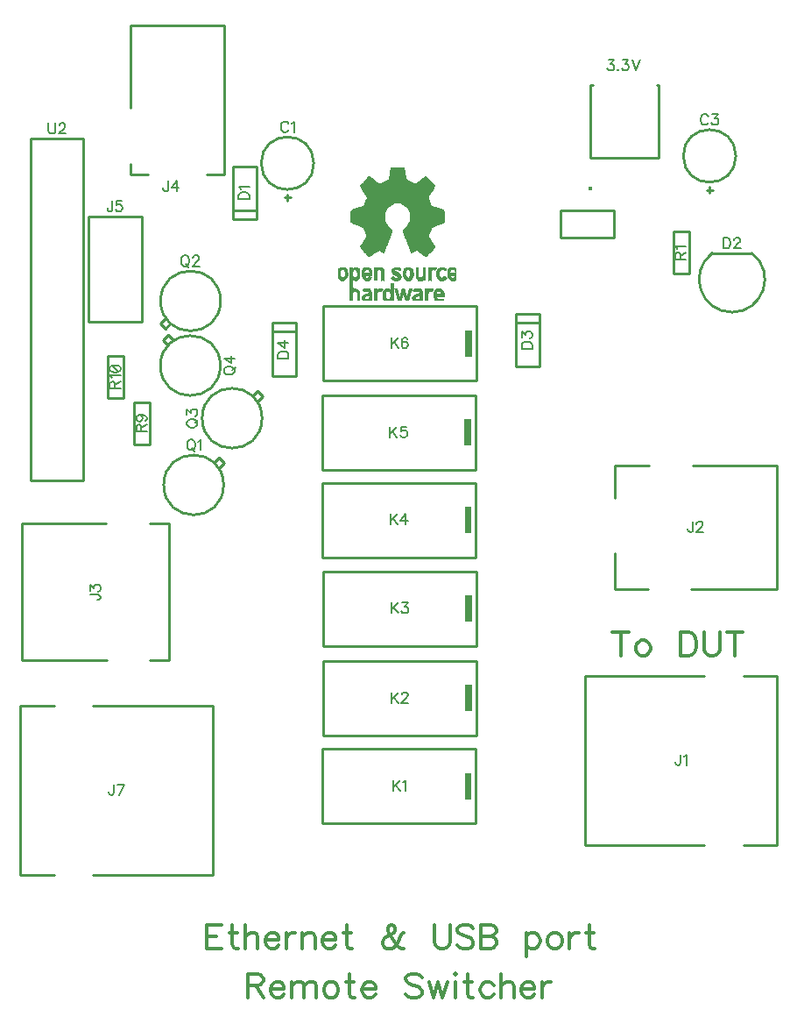
<source format=gbr>
G04 DipTrace 3.0.0.0*
G04 TopSilk.gbr*
%MOIN*%
G04 #@! TF.FileFunction,Legend,Top*
G04 #@! TF.Part,Single*
%ADD10C,0.01*%
%ADD12C,0.002992*%
%ADD31C,0.01541*%
%ADD103C,0.006176*%
%ADD104C,0.013895*%
%FSLAX26Y26*%
G04*
G70*
G90*
G75*
G01*
G04 TopSilk*
%LPD*%
X2580179Y3753170D2*
D10*
X2840021D1*
X2580179Y4028760D2*
Y3753170D1*
Y4028760D2*
X2588044D1*
X2840021D2*
Y3753170D1*
Y4028760D2*
X2832156D1*
D31*
X2581112Y3638224D3*
X1438986Y3603190D2*
D10*
X1415346D1*
X1427166Y3591371D2*
Y3614984D1*
X1327166Y3733100D2*
G02X1327166Y3733100I100000J0D01*
G01*
X3045285Y3630749D2*
X3021645D1*
X3033465Y3618930D2*
Y3642544D1*
X2933465Y3760659D2*
G02X2933465Y3760659I100000J0D01*
G01*
X1309055Y3519607D2*
X1218504D1*
Y3720551D1*
X1309055Y3552991D2*
X1218504D1*
X1309055Y3720551D2*
X1218504D1*
X1309055Y3519607D2*
Y3720551D1*
X3043960Y3391463D2*
X3193836D1*
X3043660Y3391238D2*
G03X3194136Y3391238I75238J-99796D01*
G01*
X2295276Y3161496D2*
X2385827D1*
Y2960551D1*
X2295276Y3128112D2*
X2385827D1*
X2295276Y2960551D2*
X2385827D1*
X2295276Y3161496D2*
Y2960551D1*
X1368110Y3126063D2*
X1458662D1*
Y2925118D1*
X1368110Y3092679D2*
X1458662D1*
X1368110Y2925118D2*
X1458662D1*
X1368110Y3126063D2*
Y2925118D1*
X3290551Y1139555D2*
X3162621D1*
X2778758D2*
X3013016D1*
X2782713D2*
X2558268D1*
Y1785249D1*
X2782713D1*
X2778758D2*
X3013016D1*
X3162621D2*
X3290551D1*
Y1139555D1*
X2672835Y2112205D2*
Y2249985D1*
X3290945Y2112205D2*
X2964204D1*
X2798844D2*
X2672835D1*
Y2584646D2*
X2802761D1*
X2968120D2*
X3290945D1*
Y2112205D1*
X2672835Y2584646D2*
Y2458674D1*
X976772Y2362182D2*
Y1842543D1*
X417717D2*
X740571D1*
X901970D2*
X976772D1*
X417717D2*
Y2362182D1*
X736602D1*
X901970D2*
X976772D1*
X1185040Y4257874D2*
X830690D1*
Y3942924D1*
X828722Y3730295D2*
X828762Y3690940D1*
X897632D1*
X1118097D2*
X1185040D1*
Y4257874D1*
X872047Y3531496D2*
X668898D1*
Y3129134D1*
X872047D1*
Y3531496D1*
X2669292Y3553150D2*
X2466142D1*
Y3450788D1*
X2669292D1*
Y3553150D1*
X410236Y1671469D2*
X538166D1*
X922029D2*
X687772D1*
X918075D2*
X1142520D1*
Y1025775D1*
X918075D1*
X922029D2*
X687772D1*
X538166D2*
X410236D1*
Y1671469D1*
X2143701Y1222835D2*
X1561024D1*
Y1506299D1*
X2143701D1*
Y1222835D1*
G36*
X2127386Y1414570D2*
X2102389D1*
Y1314564D1*
X2127386D1*
Y1414570D1*
G37*
X2145670Y1557481D2*
D10*
X1562992D1*
Y1840945D1*
X2145670D1*
Y1557481D1*
G36*
X2129355Y1749216D2*
X2104358D1*
Y1649210D1*
X2129355D1*
Y1749216D1*
G37*
X2145670Y1898032D2*
D10*
X1562992D1*
Y2181496D1*
X2145670D1*
Y1898032D1*
G36*
X2129355Y2089767D2*
X2104358D1*
Y1989761D1*
X2129355D1*
Y2089767D1*
G37*
X2143701Y2234646D2*
D10*
X1561024D1*
Y2518110D1*
X2143701D1*
Y2234646D1*
G36*
X2127386Y2426381D2*
X2102389D1*
Y2326375D1*
X2127386D1*
Y2426381D1*
G37*
X2141732Y2567323D2*
D10*
X1559055D1*
Y2850788D1*
X2141732D1*
Y2567323D1*
G36*
X2125418Y2759058D2*
X2100421D1*
Y2659052D1*
X2125418D1*
Y2759058D1*
G37*
X2145670Y2905906D2*
D10*
X1562992D1*
Y3189370D1*
X2145670D1*
Y2905906D1*
G36*
X2129355Y3097641D2*
X2104358D1*
Y2997635D1*
X2129355D1*
Y3097641D1*
G37*
X1146850Y2594751D2*
D10*
X1166539Y2614441D1*
Y2575060D2*
X1186227Y2594751D1*
X1166539Y2614441D1*
X955952Y2509927D2*
G02X955952Y2509927I113952J0D01*
G01*
X981234Y3124672D2*
X961546Y3104982D1*
Y3144363D2*
X941857Y3124672D1*
X961546Y3104982D1*
X944229Y3209496D2*
G02X944229Y3209496I113952J0D01*
G01*
X1293176Y2848294D2*
X1312864Y2867984D1*
Y2828604D2*
X1332553Y2848294D1*
X1312864Y2867984D1*
X1102277Y2763470D2*
G02X1102277Y2763470I113952J0D01*
G01*
X972704Y3040551D2*
X953013Y3060239D1*
X992394D2*
X972704Y3079928D1*
X953013Y3060239D1*
X943578Y2963604D2*
G02X943578Y2963604I113949J0D01*
G01*
X2955984Y3472801D2*
X2895984D1*
X2955984Y3312501D2*
Y3472801D1*
Y3312501D2*
X2895984D1*
Y3472801D1*
X844016Y2664338D2*
X904016D1*
X844016Y2824638D2*
Y2664338D1*
Y2824638D2*
X904016D1*
Y2664338D1*
X803622Y3001016D2*
X743622D1*
X803622Y2840716D2*
Y3001016D1*
Y2840716D2*
X743622D1*
Y3001016D1*
X450000Y2527559D2*
X650000D1*
X450000Y3827559D2*
X650000D1*
Y2527559D1*
X450000Y3827559D2*
Y2527559D1*
X1819598Y3718137D2*
D12*
X1870462D1*
X1819484Y3715145D2*
X1870474D1*
X1819100Y3712153D2*
X1870579D1*
X1818383Y3709161D2*
X1870960D1*
X1817616Y3706169D2*
X1871677D1*
X1817094Y3703177D2*
X1872444D1*
X1816805Y3700185D2*
X1872966D1*
X1816573Y3697193D2*
X1873255D1*
X1816139Y3694201D2*
X1873487D1*
X1815402Y3691209D2*
X1873921D1*
X1814628Y3688217D2*
X1874657D1*
X1814104Y3685225D2*
X1875432D1*
X1732830Y3682233D2*
X1738814D1*
X1813813D2*
X1875968D1*
X1951246D2*
X1954238D1*
X1730300Y3679241D2*
X1743301D1*
X1813558D2*
X1876375D1*
X1946410D2*
X1957230D1*
X1728050Y3676249D2*
X1747536D1*
X1813176D2*
X1876848D1*
X1941806D2*
X1960222D1*
X1725833Y3673257D2*
X1751692D1*
X1811650D2*
X1878397D1*
X1937499D2*
X1963214D1*
X1723365Y3670265D2*
X1755749D1*
X1808065D2*
X1881990D1*
X1933397D2*
X1966206D1*
X1720651Y3667273D2*
X1759724D1*
X1803370D2*
X1886688D1*
X1929218D2*
X1969198D1*
X1717786Y3664281D2*
X1763766D1*
X1797600D2*
X1892459D1*
X1924832D2*
X1972190D1*
X1714847Y3661289D2*
X1767791D1*
X1790891D2*
X1899168D1*
X1920185D2*
X1975182D1*
X1711886Y3658297D2*
X1771726D1*
X1783694D2*
X1906366D1*
X1915342D2*
X1978162D1*
X1709019Y3655305D2*
X1981026D1*
X1706539Y3652313D2*
X1983414D1*
X1704517Y3649321D2*
X1985227D1*
X1703946Y3646329D2*
X1985094D1*
X1704875Y3643337D2*
X1984342D1*
X1706342Y3640345D2*
X1983177D1*
X1708053Y3637353D2*
X1981725D1*
X1709935Y3634361D2*
X1979997D1*
X1711918Y3631369D2*
X1978077D1*
X1713776Y3628377D2*
X1976159D1*
X1715480Y3625385D2*
X1974191D1*
X1717165Y3622393D2*
X1972164D1*
X1718986Y3619401D2*
X1970201D1*
X1720940Y3616409D2*
X1968216D1*
X1722882Y3613417D2*
X1966195D1*
X1724951Y3610425D2*
X1964346D1*
X1727314Y3607433D2*
X1962860D1*
X1729838Y3604441D2*
X1961730D1*
X1728343Y3601449D2*
X1962082D1*
X1727088Y3598457D2*
X1962937D1*
X1725831Y3595465D2*
X1964047D1*
X1724490Y3592473D2*
X1965137D1*
X1723162Y3589481D2*
X1966156D1*
X1721982Y3586489D2*
X1967300D1*
X1720930Y3583497D2*
X1968592D1*
X1719774Y3580505D2*
X1828700D1*
X1861012D2*
X1969901D1*
X1718431Y3577513D2*
X1823216D1*
X1866137D2*
X1971120D1*
X1716653Y3574521D2*
X1818447D1*
X1870848D2*
X1972288D1*
X1714286Y3571529D2*
X1814457D1*
X1875082D2*
X1974808D1*
X1707699Y3568537D2*
X1811082D1*
X1878701D2*
X1981432D1*
X1698446Y3565545D2*
X1808260D1*
X1881661D2*
X1990613D1*
X1687992Y3562553D2*
X1805913D1*
X1883989D2*
X2001172D1*
X1678934Y3559561D2*
X1803773D1*
X1885885D2*
X2010551D1*
X1671828Y3556569D2*
X1801778D1*
X1887546D2*
X2017975D1*
X1668893Y3553577D2*
X1800170D1*
X1889015D2*
X2021065D1*
X1667877Y3550585D2*
X1798904D1*
X1890252D2*
X2022136D1*
X1667360Y3547593D2*
X1797751D1*
X1891314D2*
X2022681D1*
X1667139Y3544601D2*
X1796793D1*
X1892373D2*
X2022914D1*
X1667053Y3541609D2*
X1796195D1*
X1893291D2*
X2023004D1*
X1667022Y3538617D2*
X1795888D1*
X1893874D2*
X2023037D1*
X1667011Y3535625D2*
X1795751D1*
X1894174D2*
X2023048D1*
X1667008Y3532633D2*
X1795695D1*
X1894310D2*
X2023052D1*
X1667006Y3529641D2*
X1795674D1*
X1894353D2*
X2023053D1*
X1667006Y3526649D2*
X1795678D1*
X1894269D2*
X2023054D1*
X1667006Y3523657D2*
X1795780D1*
X1893896D2*
X2023054D1*
X1667006Y3520665D2*
X1796161D1*
X1893170D2*
X2023054D1*
X1667006Y3517673D2*
X1796889D1*
X1892299D2*
X2023054D1*
X1667029Y3514681D2*
X1797761D1*
X1891384D2*
X2023019D1*
X1667298Y3511689D2*
X1798676D1*
X1890285D2*
X2022914D1*
X1667964Y3508697D2*
X1799786D1*
X1888998D2*
X2021780D1*
X1671354Y3505705D2*
X1801179D1*
X1887590D2*
X2016972D1*
X1679701Y3502713D2*
X1802968D1*
X1886027D2*
X2009337D1*
X1689914Y3499721D2*
X1805247D1*
X1884156D2*
X1999549D1*
X1699848Y3496729D2*
X1807885D1*
X1881842D2*
X1989813D1*
X1707286Y3493737D2*
X1810733D1*
X1879179D2*
X1982261D1*
X1712599Y3490745D2*
X1813756D1*
X1876244D2*
X1976637D1*
X1714942Y3487753D2*
X1816989D1*
X1873048D2*
X1974316D1*
X1716845Y3484761D2*
X1820179D1*
X1869873D2*
X1972682D1*
X1718415Y3481769D2*
X1823042D1*
X1867016D2*
X1971364D1*
X1719689Y3478777D2*
X1824197D1*
X1865862D2*
X1970243D1*
X1720764Y3475785D2*
X1823808D1*
X1866150D2*
X1969231D1*
X1721838Y3472793D2*
X1822913D1*
X1866766D2*
X1968096D1*
X1722863Y3469801D2*
X1821779D1*
X1867565D2*
X1966808D1*
X1723828Y3466809D2*
X1820676D1*
X1868617D2*
X1965513D1*
X1724833Y3463817D2*
X1819651D1*
X1869875D2*
X1964447D1*
X1725631Y3460825D2*
X1818505D1*
X1871172D2*
X1963802D1*
X1726069Y3457833D2*
X1817212D1*
X1872340D2*
X1963586D1*
X1725355Y3454841D2*
X1815903D1*
X1873388D2*
X1963925D1*
X1724282Y3451849D2*
X1814730D1*
X1874542D2*
X1964974D1*
X1722970Y3448857D2*
X1813692D1*
X1875839D2*
X1966552D1*
X1721457Y3445865D2*
X1812631D1*
X1877149D2*
X1968319D1*
X1719706Y3442873D2*
X1811611D1*
X1878321D2*
X1970225D1*
X1717778Y3439881D2*
X1810636D1*
X1879360D2*
X1972229D1*
X1715856Y3436889D2*
X1809514D1*
X1880421D2*
X1974183D1*
X1713888Y3433897D2*
X1808230D1*
X1881441D2*
X1976165D1*
X1711860Y3430905D2*
X1806925D1*
X1882416D2*
X1978186D1*
X1709897Y3427913D2*
X1805754D1*
X1883538D2*
X1980057D1*
X1707924Y3424921D2*
X1804704D1*
X1884822D2*
X1981754D1*
X1706019Y3421929D2*
X1803550D1*
X1886127D2*
X1983324D1*
X1704360Y3418937D2*
X1802253D1*
X1887298D2*
X1984635D1*
X1703890Y3415945D2*
X1800943D1*
X1888336D2*
X1985632D1*
X1704964Y3412953D2*
X1799771D1*
X1889397D2*
X1985132D1*
X1706830Y3409961D2*
X1798721D1*
X1890417D2*
X1983182D1*
X1709275Y3406969D2*
X1797566D1*
X1891392D2*
X1980752D1*
X1712032Y3403977D2*
X1796267D1*
X1892524D2*
X1978012D1*
X1714920Y3400985D2*
X1769322D1*
X1780702D2*
X1794941D1*
X1893896D2*
X1909358D1*
X1921788D2*
X1975122D1*
X1717772Y3397993D2*
X1764568D1*
X1786686D2*
X1793734D1*
X1895543D2*
X1903374D1*
X1925534D2*
X1972169D1*
X1720370Y3395001D2*
X1760469D1*
X1792670D2*
D3*
X1897390D2*
D3*
X1929406D2*
X1969191D1*
X1722641Y3392009D2*
X1756598D1*
X1933303D2*
X1966215D1*
X1724865Y3389017D2*
X1752565D1*
X1937290D2*
X1963339D1*
X1727332Y3386025D2*
X1748252D1*
X1941184D2*
X1960810D1*
X1730031Y3383033D2*
X1743638D1*
X1944797D2*
X1958841D1*
X1732830Y3380041D2*
X1738814D1*
X1948254D2*
X1957230D1*
X1625118Y3338153D2*
X1646062D1*
X1664014D2*
X1672990D1*
X1678974D2*
X1693934D1*
X1717870D2*
X1735822D1*
X1756766D2*
X1786686D1*
X1831566D2*
X1852510D1*
X1876446D2*
X1894398D1*
X1915342D2*
X1921326D1*
X1942270D2*
X1951246D1*
X1963214D2*
X1993134D1*
X2005102D2*
X2023054D1*
X2043998D2*
X2061950D1*
X1622714Y3335161D2*
X1648478D1*
X1664014D2*
X1696338D1*
X1715352D2*
X1739058D1*
X1756766D2*
X1788529D1*
X1828341D2*
X1855280D1*
X1873580D2*
X1897264D1*
X1915342D2*
X1921326D1*
X1942270D2*
X1951246D1*
X1963214D2*
X1991988D1*
X2001866D2*
X2026717D1*
X2041480D2*
X2064712D1*
X1620964Y3332169D2*
X1650333D1*
X1664014D2*
X1698088D1*
X1713219D2*
X1741624D1*
X1756766D2*
X1790131D1*
X1825881D2*
X1856162D1*
X1871088D2*
X1899756D1*
X1915342D2*
X1921326D1*
X1942270D2*
X1951246D1*
X1963214D2*
X1990625D1*
X1999300D2*
X2029491D1*
X2039347D2*
X2066758D1*
X1619962Y3329177D2*
X1651716D1*
X1664014D2*
X1699090D1*
X1711500D2*
X1743650D1*
X1756766D2*
X1791340D1*
X1824248D2*
X1855881D1*
X1869311D2*
X1901544D1*
X1915342D2*
X1921326D1*
X1942270D2*
X1951246D1*
X1963214D2*
X1988988D1*
X1997274D2*
X2029803D1*
X2037628D2*
X2067382D1*
X1619476Y3326185D2*
X1628698D1*
X1643532D2*
X1652918D1*
X1664014D2*
X1676570D1*
X1687374D2*
X1699576D1*
X1710246D2*
X1721412D1*
X1736372D2*
X1745276D1*
X1756766D2*
X1769322D1*
X1780114D2*
X1792057D1*
X1823186D2*
X1832501D1*
X1849518D2*
X1855502D1*
X1868301D2*
X1879912D1*
X1890818D2*
X1902659D1*
X1915342D2*
X1921326D1*
X1942270D2*
X1951246D1*
X1963214D2*
X1975770D1*
X1987150D2*
D3*
X1995648D2*
X2008220D1*
X2023054D2*
X2029038D1*
X2036374D2*
X2047540D1*
X2062500D2*
X2067707D1*
X1619266Y3323193D2*
X1626948D1*
X1644274D2*
X1653896D1*
X1664014D2*
X1674820D1*
X1689238D2*
X1699786D1*
X1709514D2*
X1719470D1*
X1737422D2*
X1746477D1*
X1756766D2*
X1767572D1*
X1781864D2*
X1792413D1*
X1823338D2*
X1836447D1*
X1867813D2*
X1877779D1*
X1892568D2*
X1903529D1*
X1915342D2*
X1921326D1*
X1942270D2*
X1951246D1*
X1963214D2*
X1974020D1*
X1994447D2*
X2005728D1*
X2035642D2*
X2045598D1*
X2063550D2*
X2067848D1*
X1619182Y3320201D2*
X1625946D1*
X1645049D2*
X1654501D1*
X1664014D2*
X1673818D1*
X1690705D2*
X1699870D1*
X1709153D2*
X1717870D1*
X1738814D2*
X1747185D1*
X1756766D2*
X1766570D1*
X1782866D2*
X1792570D1*
X1824057D2*
X1842176D1*
X1867602D2*
X1876071D1*
X1893570D2*
X1904456D1*
X1915342D2*
X1921338D1*
X1942270D2*
X1951246D1*
X1963214D2*
X1973018D1*
X1993739D2*
X2003951D1*
X2035281D2*
X2043998D1*
X2064942D2*
X2067903D1*
X1619151Y3317209D2*
X1625460D1*
X1645573D2*
X1654810D1*
X1664014D2*
X1673332D1*
X1692237D2*
X1699901D1*
X1708995D2*
X1747537D1*
X1756766D2*
X1766084D1*
X1783352D2*
X1792633D1*
X1825174D2*
X1848185D1*
X1867518D2*
X1874923D1*
X1894056D2*
X1905296D1*
X1915342D2*
X1921443D1*
X1942270D2*
X1951246D1*
X1963214D2*
X1972532D1*
X1993387D2*
X2002953D1*
X2035123D2*
X2067923D1*
X1619140Y3314217D2*
X1625262D1*
X1645839D2*
X1654948D1*
X1664014D2*
X1673134D1*
X1693934D2*
X1699912D1*
X1708931D2*
X1747691D1*
X1756766D2*
X1765874D1*
X1783562D2*
X1792657D1*
X1827618D2*
X1852841D1*
X1867487D2*
X1874292D1*
X1894266D2*
X1905744D1*
X1915342D2*
X1921824D1*
X1942258D2*
X1951246D1*
X1963214D2*
X1972322D1*
X1993233D2*
X2002570D1*
X2035059D2*
X2067930D1*
X1619136Y3311225D2*
X1625292D1*
X1645852D2*
X1654993D1*
X1664014D2*
X1673164D1*
X1692553D2*
X1699916D1*
X1708919D2*
X1747756D1*
X1756766D2*
X1765790D1*
X1783646D2*
X1792665D1*
X1832839D2*
X1856303D1*
X1867476D2*
X1874881D1*
X1894326D2*
X1905651D1*
X1915342D2*
X1922541D1*
X1942144D2*
X1951246D1*
X1963214D2*
X1972238D1*
X1993182D2*
X2002764D1*
X2035047D2*
X2067933D1*
X1619135Y3308233D2*
X1625723D1*
X1645443D2*
X1654909D1*
X1664014D2*
X1673595D1*
X1691690D2*
X1699917D1*
X1709015D2*
X1717870D1*
X1756766D2*
X1765759D1*
X1783677D2*
X1792668D1*
X1838903D2*
X1857445D1*
X1867484D2*
X1875771D1*
X1894130D2*
X1905054D1*
X1915342D2*
X1923316D1*
X1941682D2*
X1951246D1*
X1963214D2*
X1972207D1*
X1993264D2*
X2003625D1*
X2035143D2*
X2043998D1*
X1619146Y3305241D2*
X1626734D1*
X1644440D2*
X1654524D1*
X1664014D2*
X1674606D1*
X1691233D2*
X1699906D1*
X1709405D2*
X1719470D1*
X1756766D2*
X1765748D1*
X1783688D2*
X1792669D1*
X1844544D2*
X1858053D1*
X1867587D2*
X1877169D1*
X1893601D2*
X1904235D1*
X1915354D2*
X1923883D1*
X1940659D2*
X1951246D1*
X1963214D2*
X1972196D1*
X1993648D2*
X2005293D1*
X2035533D2*
X2045598D1*
X1619263Y3302249D2*
X1628110D1*
X1643070D2*
X1653693D1*
X1664014D2*
X1675982D1*
X1690942D2*
X1699789D1*
X1710238D2*
X1721537D1*
X1738814D2*
D3*
X1756766D2*
X1765744D1*
X1783692D2*
X1792670D1*
X1825582D2*
X1828574D1*
X1849518D2*
X1858300D1*
X1867980D2*
X1879486D1*
X1891270D2*
X1903341D1*
X1915471D2*
X1924318D1*
X1939278D2*
X1951246D1*
X1963214D2*
X1972192D1*
X1994479D2*
X2007894D1*
X2023054D2*
X2026046D1*
X2036366D2*
X2047665D1*
X2064942D2*
D3*
X1619772Y3299257D2*
X1652417D1*
X1664014D2*
X1699291D1*
X1711514D2*
X1723854D1*
X1732830D2*
X1744798D1*
X1756766D2*
X1765743D1*
X1783693D2*
X1792670D1*
X1822590D2*
X1834558D1*
X1846526D2*
X1858174D1*
X1868825D2*
X1882430D1*
X1888414D2*
X1902226D1*
X1915969D2*
X1951246D1*
X1963214D2*
X1972191D1*
X1995755D2*
X2011086D1*
X2017070D2*
X2029038D1*
X2037642D2*
X2049982D1*
X2058958D2*
X2067934D1*
X1620741Y3296265D2*
X1650567D1*
X1664014D2*
X1698077D1*
X1713365D2*
X1744307D1*
X1756766D2*
X1765742D1*
X1783694D2*
X1792670D1*
X1819598D2*
X1857665D1*
X1870204D2*
X1900723D1*
X1917183D2*
X1951246D1*
X1963214D2*
X1972190D1*
X1997605D2*
X2032030D1*
X2039493D2*
X2067689D1*
X1623452Y3293273D2*
X1647848D1*
X1664014D2*
X1696098D1*
X1716084D2*
X1742449D1*
X1756766D2*
X1765742D1*
X1783694D2*
X1792670D1*
X1824190D2*
X1854937D1*
X1872394D2*
X1898481D1*
X1919162D2*
X1951246D1*
X1963214D2*
X1972190D1*
X2000324D2*
X2028488D1*
X2042212D2*
X2067139D1*
X1627023Y3290281D2*
X1644212D1*
X1664014D2*
X1693617D1*
X1719719D2*
X1737997D1*
X1756766D2*
X1765742D1*
X1783694D2*
X1792670D1*
X1829249D2*
X1851032D1*
X1875624D2*
X1895231D1*
X1921643D2*
X1951246D1*
X1963214D2*
X1972190D1*
X2003959D2*
X2024446D1*
X2045847D2*
X2064808D1*
X1631102Y3287289D2*
X1640078D1*
X1664014D2*
X1672990D1*
X1681966D2*
X1690942D1*
X1723854D2*
X1732830D1*
X1783694D2*
D3*
X1792670D2*
D3*
X1834558D2*
X1846526D1*
X1879438D2*
X1891406D1*
X1924318D2*
X1933294D1*
X1963214D2*
D3*
X1972190D2*
D3*
X2008094D2*
X2020062D1*
X2049982D2*
X2061950D1*
X1664014Y3284297D2*
X1672990D1*
X1664014Y3281305D2*
X1672990D1*
X1664014Y3278313D2*
X1672990D1*
X1819598D2*
X1828574D1*
X1664014Y3275321D2*
X1672990D1*
X1819598D2*
X1828574D1*
X1664014Y3272329D2*
X1672990D1*
X1819598D2*
X1828574D1*
X1664014Y3269337D2*
X1672990D1*
X1819598D2*
X1828574D1*
X1664014Y3266345D2*
X1672990D1*
X1819598D2*
X1828574D1*
X1664014Y3263353D2*
X1672990D1*
X1819598D2*
X1828574D1*
X1664014Y3260361D2*
X1672990D1*
X1819598D2*
X1828574D1*
X1664014Y3257369D2*
X1684143D1*
X1714878D2*
X1738814D1*
X1756766D2*
X1765742D1*
X1771726D2*
X1786686D1*
X1798654D2*
X1813614D1*
X1819598D2*
X1828574D1*
X1834558D2*
X1843534D1*
X1861486D2*
X1870462D1*
X1888414D2*
X1900382D1*
X1909358D2*
X1933294D1*
X1951246D2*
X1981166D1*
X1993134D2*
X2011086D1*
X1664014Y3254377D2*
X1691791D1*
X1713715D2*
X1741218D1*
X1756766D2*
X1789678D1*
X1796136D2*
X1828574D1*
X1834672D2*
X1843996D1*
X1861024D2*
X1871485D1*
X1888300D2*
X1898989D1*
X1906366D2*
X1935137D1*
X1951246D2*
X1980582D1*
X1990268D2*
X2013952D1*
X1664014Y3251385D2*
X1697042D1*
X1714028D2*
X1742968D1*
X1756766D2*
X1784950D1*
X1794003D2*
X1828574D1*
X1835055D2*
X1844738D1*
X1860282D2*
X1872387D1*
X1887916D2*
X1898025D1*
X1903374D2*
X1936739D1*
X1951246D2*
X1978159D1*
X1987776D2*
X2016456D1*
X1664014Y3248393D2*
X1698560D1*
X1715811D2*
X1743970D1*
X1756766D2*
X1779386D1*
X1792284D2*
X1828574D1*
X1835784D2*
X1845524D1*
X1859495D2*
X1873059D1*
X1887199D2*
X1897208D1*
X1906366D2*
X1937948D1*
X1951246D2*
X1972816D1*
X1985999D2*
X2018337D1*
X1664014Y3245401D2*
X1676570D1*
X1687476D2*
X1699354D1*
X1717870D2*
D3*
X1735272D2*
X1744456D1*
X1756766D2*
X1774130D1*
X1791030D2*
X1801184D1*
X1816720D2*
X1828574D1*
X1836657D2*
X1846154D1*
X1858866D2*
X1873734D1*
X1886420D2*
X1896287D1*
X1909358D2*
X1912350D1*
X1930302D2*
X1938665D1*
X1951246D2*
X1967589D1*
X1984989D2*
X1993134D1*
X2007544D2*
X2019729D1*
X1664014Y3242409D2*
X1674820D1*
X1689609D2*
X1699702D1*
X1737214D2*
X1744666D1*
X1756766D2*
X1770307D1*
X1790298D2*
X1800442D1*
X1817103D2*
X1828574D1*
X1837560D2*
X1846813D1*
X1858207D2*
X1874583D1*
X1885785D2*
X1895337D1*
X1930302D2*
X1939021D1*
X1951246D2*
X1963287D1*
X1984501D2*
X1993134D1*
X2009486D2*
X2020934D1*
X1664014Y3239417D2*
X1673818D1*
X1691328D2*
X1699840D1*
X1738814D2*
X1744750D1*
X1756766D2*
X1767509D1*
X1789937D2*
X1799667D1*
X1817821D2*
X1828574D1*
X1838566D2*
X1847657D1*
X1857363D2*
X1875412D1*
X1885044D2*
X1894404D1*
X1930302D2*
X1939178D1*
X1951246D2*
X1961699D1*
X1984290D2*
X1993134D1*
X2011086D2*
X2021912D1*
X1664014Y3236425D2*
X1673332D1*
X1692582D2*
X1699891D1*
X1726280D2*
X1744781D1*
X1756766D2*
X1766591D1*
X1789779D2*
X1799143D1*
X1818576D2*
X1828574D1*
X1839565D2*
X1848485D1*
X1856535D2*
X1876000D1*
X1883889D2*
X1893400D1*
X1919035D2*
X1939241D1*
X1951246D2*
X1960846D1*
X1984206D2*
X2022517D1*
X1664014Y3233433D2*
X1673122D1*
X1693314D2*
X1699909D1*
X1717773D2*
X1744792D1*
X1756766D2*
X1766100D1*
X1789715D2*
X1798877D1*
X1818993D2*
X1828574D1*
X1840520D2*
X1849072D1*
X1855947D2*
X1865066D1*
X1870474D2*
X1876446D1*
X1882430D2*
X1892490D1*
X1911004D2*
X1939265D1*
X1951246D2*
X1960465D1*
X1984175D2*
X2022827D1*
X1664014Y3230441D2*
X1673038D1*
X1693675D2*
X1699915D1*
X1711989D2*
X1744796D1*
X1756766D2*
X1765881D1*
X1789691D2*
X1798866D1*
X1818877D2*
X1828574D1*
X1841535D2*
X1849518D1*
X1855502D2*
X1863304D1*
X1870579D2*
X1891809D1*
X1905099D2*
X1939273D1*
X1951246D2*
X1960311D1*
X1984164D2*
X2022970D1*
X1664014Y3227449D2*
X1673007D1*
X1693833D2*
X1699917D1*
X1710057D2*
X1721572D1*
X1738349D2*
X1744797D1*
X1756766D2*
X1765793D1*
X1789694D2*
X1799311D1*
X1818173D2*
X1828574D1*
X1842448D2*
X1862197D1*
X1870960D2*
X1891130D1*
X1902402D2*
X1916639D1*
X1930179D2*
X1939276D1*
X1951246D2*
X1960253D1*
X1984172D2*
X1993134D1*
X1664014Y3224457D2*
X1672996D1*
X1693897D2*
X1699918D1*
X1709435D2*
X1719822D1*
X1737582D2*
X1744798D1*
X1756766D2*
X1765760D1*
X1789796D2*
X1800495D1*
X1816989D2*
X1828574D1*
X1843130D2*
X1861330D1*
X1871688D2*
X1890267D1*
X1901209D2*
X1912864D1*
X1929715D2*
X1939277D1*
X1951246D2*
X1960233D1*
X1984275D2*
X1993905D1*
X1664014Y3221465D2*
X1672992D1*
X1693921D2*
X1699918D1*
X1709232D2*
X1720115D1*
X1736684D2*
X1744798D1*
X1756766D2*
X1765748D1*
X1790179D2*
X1802401D1*
X1815419D2*
X1828574D1*
X1843812D2*
X1860403D1*
X1872570D2*
X1889331D1*
X1901223D2*
X1911321D1*
X1928691D2*
X1939278D1*
X1951246D2*
X1960225D1*
X1984659D2*
X1996252D1*
X2014078D2*
D3*
X1664014Y3218473D2*
X1672991D1*
X1693929D2*
X1699918D1*
X1709561D2*
X1720862D1*
X1735822D2*
X1744798D1*
X1756766D2*
X1765744D1*
X1790920D2*
X1804638D1*
X1813614D2*
X1828574D1*
X1844688D2*
X1859544D1*
X1873556D2*
X1888323D1*
X1901765D2*
X1912350D1*
X1927310D2*
X1939278D1*
X1951246D2*
X1960223D1*
X1985400D2*
X1999118D1*
X2008094D2*
X2017070D1*
X1664014Y3215481D2*
X1672990D1*
X1693933D2*
X1699918D1*
X1710531D2*
X1744798D1*
X1756766D2*
X1765743D1*
X1791811D2*
X1828574D1*
X1845636D2*
X1858945D1*
X1874872D2*
X1887000D1*
X1902565D2*
X1939278D1*
X1951246D2*
X1960222D1*
X1986291D2*
X2018659D1*
X1664014Y3212489D2*
X1672990D1*
X1693934D2*
X1699918D1*
X1711886D2*
X1744798D1*
X1756766D2*
X1765742D1*
X1792670D2*
X1828574D1*
X1846526D2*
X1858494D1*
X1876446D2*
X1885422D1*
X1903374D2*
X1939278D1*
X1951246D2*
X1960222D1*
X1987150D2*
X2020062D1*
X1819598Y3718137D2*
X1819484Y3715145D1*
X1819100Y3712153D1*
X1818383Y3709161D1*
X1817616Y3706169D1*
X1817094Y3703177D1*
X1816805Y3700185D1*
X1816573Y3697193D1*
X1816139Y3694201D1*
X1815402Y3691209D1*
X1814628Y3688217D1*
X1814104Y3685225D1*
X1813813Y3682233D1*
X1813558Y3679241D1*
X1813176Y3676249D1*
X1811650Y3673257D1*
X1808065Y3670265D1*
X1803370Y3667273D1*
X1797600Y3664281D1*
X1790891Y3661289D1*
X1783694Y3658297D1*
X1870462Y3718137D2*
X1870474Y3715145D1*
X1870579Y3712153D1*
X1870960Y3709161D1*
X1871677Y3706169D1*
X1872444Y3703177D1*
X1872966Y3700185D1*
X1873255Y3697193D1*
X1873487Y3694201D1*
X1873921Y3691209D1*
X1874657Y3688217D1*
X1875432Y3685225D1*
X1875968Y3682233D1*
X1876375Y3679241D1*
X1876848Y3676249D1*
X1878397Y3673257D1*
X1881990Y3670265D1*
X1886688Y3667273D1*
X1892459Y3664281D1*
X1899168Y3661289D1*
X1906366Y3658297D1*
X1732830Y3682233D2*
X1730300Y3679241D1*
X1728050Y3676249D1*
X1725833Y3673257D1*
X1723365Y3670265D1*
X1720651Y3667273D1*
X1717786Y3664281D1*
X1714847Y3661289D1*
X1711886Y3658297D1*
X1709019Y3655305D1*
X1706539Y3652313D1*
X1704517Y3649321D1*
X1703946Y3646329D1*
X1704875Y3643337D1*
X1706342Y3640345D1*
X1708053Y3637353D1*
X1709935Y3634361D1*
X1711918Y3631369D1*
X1713776Y3628377D1*
X1715480Y3625385D1*
X1717165Y3622393D1*
X1718986Y3619401D1*
X1720940Y3616409D1*
X1722882Y3613417D1*
X1724951Y3610425D1*
X1727314Y3607433D1*
X1729838Y3604441D1*
X1728343Y3601449D1*
X1727088Y3598457D1*
X1725831Y3595465D1*
X1724490Y3592473D1*
X1723162Y3589481D1*
X1721982Y3586489D1*
X1720930Y3583497D1*
X1719774Y3580505D1*
X1718431Y3577513D1*
X1716653Y3574521D1*
X1714286Y3571529D1*
X1707699Y3568537D1*
X1698446Y3565545D1*
X1687992Y3562553D1*
X1678934Y3559561D1*
X1671828Y3556569D1*
X1668893Y3553577D1*
X1667877Y3550585D1*
X1667360Y3547593D1*
X1667139Y3544601D1*
X1667053Y3541609D1*
X1667022Y3538617D1*
X1667011Y3535625D1*
X1667008Y3532633D1*
X1667006Y3529641D1*
Y3526649D1*
Y3523657D1*
Y3520665D1*
Y3517673D1*
X1667029Y3514681D1*
X1667298Y3511689D1*
X1667964Y3508697D1*
X1671354Y3505705D1*
X1679701Y3502713D1*
X1689914Y3499721D1*
X1699848Y3496729D1*
X1707286Y3493737D1*
X1712599Y3490745D1*
X1714942Y3487753D1*
X1716845Y3484761D1*
X1718415Y3481769D1*
X1719689Y3478777D1*
X1720764Y3475785D1*
X1721838Y3472793D1*
X1722863Y3469801D1*
X1723828Y3466809D1*
X1724833Y3463817D1*
X1725631Y3460825D1*
X1726069Y3457833D1*
X1725355Y3454841D1*
X1724282Y3451849D1*
X1722970Y3448857D1*
X1721457Y3445865D1*
X1719706Y3442873D1*
X1717778Y3439881D1*
X1715856Y3436889D1*
X1713888Y3433897D1*
X1711860Y3430905D1*
X1709897Y3427913D1*
X1707924Y3424921D1*
X1706019Y3421929D1*
X1704360Y3418937D1*
X1703890Y3415945D1*
X1704964Y3412953D1*
X1706830Y3409961D1*
X1709275Y3406969D1*
X1712032Y3403977D1*
X1714920Y3400985D1*
X1717772Y3397993D1*
X1720370Y3395001D1*
X1722641Y3392009D1*
X1724865Y3389017D1*
X1727332Y3386025D1*
X1730031Y3383033D1*
X1732830Y3380041D1*
X1738814Y3682233D2*
X1743301Y3679241D1*
X1747536Y3676249D1*
X1751692Y3673257D1*
X1755749Y3670265D1*
X1759724Y3667273D1*
X1763766Y3664281D1*
X1767791Y3661289D1*
X1771726Y3658297D1*
X1951246Y3682233D2*
X1946410Y3679241D1*
X1941806Y3676249D1*
X1937499Y3673257D1*
X1933397Y3670265D1*
X1929218Y3667273D1*
X1924832Y3664281D1*
X1920185Y3661289D1*
X1915342Y3658297D1*
X1954238Y3682233D2*
X1957230Y3679241D1*
X1960222Y3676249D1*
X1963214Y3673257D1*
X1966206Y3670265D1*
X1969198Y3667273D1*
X1972190Y3664281D1*
X1975182Y3661289D1*
X1978162Y3658297D1*
X1981026Y3655305D1*
X1983414Y3652313D1*
X1985227Y3649321D1*
X1985094Y3646329D1*
X1984342Y3643337D1*
X1983177Y3640345D1*
X1981725Y3637353D1*
X1979997Y3634361D1*
X1978077Y3631369D1*
X1976159Y3628377D1*
X1974191Y3625385D1*
X1972164Y3622393D1*
X1970201Y3619401D1*
X1968216Y3616409D1*
X1966195Y3613417D1*
X1964346Y3610425D1*
X1962860Y3607433D1*
X1961730Y3604441D1*
X1962082Y3601449D1*
X1962937Y3598457D1*
X1964047Y3595465D1*
X1965137Y3592473D1*
X1966156Y3589481D1*
X1967300Y3586489D1*
X1968592Y3583497D1*
X1969901Y3580505D1*
X1971120Y3577513D1*
X1972288Y3574521D1*
X1974808Y3571529D1*
X1981432Y3568537D1*
X1990613Y3565545D1*
X2001172Y3562553D1*
X2010551Y3559561D1*
X2017975Y3556569D1*
X2021065Y3553577D1*
X2022136Y3550585D1*
X2022681Y3547593D1*
X2022914Y3544601D1*
X2023004Y3541609D1*
X2023037Y3538617D1*
X2023048Y3535625D1*
X2023052Y3532633D1*
X2023053Y3529641D1*
X2023054Y3526649D1*
Y3523657D1*
Y3520665D1*
Y3517673D1*
X2023019Y3514681D1*
X2022914Y3511689D1*
X2021780Y3508697D1*
X2016972Y3505705D1*
X2009337Y3502713D1*
X1999549Y3499721D1*
X1989813Y3496729D1*
X1982261Y3493737D1*
X1976637Y3490745D1*
X1974316Y3487753D1*
X1972682Y3484761D1*
X1971364Y3481769D1*
X1970243Y3478777D1*
X1969231Y3475785D1*
X1968096Y3472793D1*
X1966808Y3469801D1*
X1965513Y3466809D1*
X1964447Y3463817D1*
X1963802Y3460825D1*
X1963586Y3457833D1*
X1963925Y3454841D1*
X1964974Y3451849D1*
X1966552Y3448857D1*
X1968319Y3445865D1*
X1970225Y3442873D1*
X1972229Y3439881D1*
X1974183Y3436889D1*
X1976165Y3433897D1*
X1978186Y3430905D1*
X1980057Y3427913D1*
X1981754Y3424921D1*
X1983324Y3421929D1*
X1984635Y3418937D1*
X1985632Y3415945D1*
X1985132Y3412953D1*
X1983182Y3409961D1*
X1980752Y3406969D1*
X1978012Y3403977D1*
X1975122Y3400985D1*
X1972169Y3397993D1*
X1969191Y3395001D1*
X1966215Y3392009D1*
X1963339Y3389017D1*
X1960810Y3386025D1*
X1958841Y3383033D1*
X1957230Y3380041D1*
X1834558Y3583497D2*
X1828700Y3580505D1*
X1823216Y3577513D1*
X1818447Y3574521D1*
X1814457Y3571529D1*
X1811082Y3568537D1*
X1808260Y3565545D1*
X1805913Y3562553D1*
X1803773Y3559561D1*
X1801778Y3556569D1*
X1800170Y3553577D1*
X1798904Y3550585D1*
X1797751Y3547593D1*
X1796793Y3544601D1*
X1796195Y3541609D1*
X1795888Y3538617D1*
X1795751Y3535625D1*
X1795695Y3532633D1*
X1795674Y3529641D1*
X1795678Y3526649D1*
X1795780Y3523657D1*
X1796161Y3520665D1*
X1796889Y3517673D1*
X1797761Y3514681D1*
X1798676Y3511689D1*
X1799786Y3508697D1*
X1801179Y3505705D1*
X1802968Y3502713D1*
X1805247Y3499721D1*
X1807885Y3496729D1*
X1810733Y3493737D1*
X1813756Y3490745D1*
X1816989Y3487753D1*
X1820179Y3484761D1*
X1823042Y3481769D1*
X1824197Y3478777D1*
X1823808Y3475785D1*
X1822913Y3472793D1*
X1821779Y3469801D1*
X1820676Y3466809D1*
X1819651Y3463817D1*
X1818505Y3460825D1*
X1817212Y3457833D1*
X1815903Y3454841D1*
X1814730Y3451849D1*
X1813692Y3448857D1*
X1812631Y3445865D1*
X1811611Y3442873D1*
X1810636Y3439881D1*
X1809514Y3436889D1*
X1808230Y3433897D1*
X1806925Y3430905D1*
X1805754Y3427913D1*
X1804704Y3424921D1*
X1803550Y3421929D1*
X1802253Y3418937D1*
X1800943Y3415945D1*
X1799771Y3412953D1*
X1798721Y3409961D1*
X1797566Y3406969D1*
X1796267Y3403977D1*
X1794941Y3400985D1*
X1793734Y3397993D1*
X1792670Y3395001D1*
X1855502Y3583497D2*
X1861012Y3580505D1*
X1866137Y3577513D1*
X1870848Y3574521D1*
X1875082Y3571529D1*
X1878701Y3568537D1*
X1881661Y3565545D1*
X1883989Y3562553D1*
X1885885Y3559561D1*
X1887546Y3556569D1*
X1889015Y3553577D1*
X1890252Y3550585D1*
X1891314Y3547593D1*
X1892373Y3544601D1*
X1893291Y3541609D1*
X1893874Y3538617D1*
X1894174Y3535625D1*
X1894310Y3532633D1*
X1894353Y3529641D1*
X1894269Y3526649D1*
X1893896Y3523657D1*
X1893170Y3520665D1*
X1892299Y3517673D1*
X1891384Y3514681D1*
X1890285Y3511689D1*
X1888998Y3508697D1*
X1887590Y3505705D1*
X1886027Y3502713D1*
X1884156Y3499721D1*
X1881842Y3496729D1*
X1879179Y3493737D1*
X1876244Y3490745D1*
X1873048Y3487753D1*
X1869873Y3484761D1*
X1867016Y3481769D1*
X1865862Y3478777D1*
X1866150Y3475785D1*
X1866766Y3472793D1*
X1867565Y3469801D1*
X1868617Y3466809D1*
X1869875Y3463817D1*
X1871172Y3460825D1*
X1872340Y3457833D1*
X1873388Y3454841D1*
X1874542Y3451849D1*
X1875839Y3448857D1*
X1877149Y3445865D1*
X1878321Y3442873D1*
X1879360Y3439881D1*
X1880421Y3436889D1*
X1881441Y3433897D1*
X1882416Y3430905D1*
X1883538Y3427913D1*
X1884822Y3424921D1*
X1886127Y3421929D1*
X1887298Y3418937D1*
X1888336Y3415945D1*
X1889397Y3412953D1*
X1890417Y3409961D1*
X1891392Y3406969D1*
X1892524Y3403977D1*
X1893896Y3400985D1*
X1895543Y3397993D1*
X1897390Y3395001D1*
X1774718Y3403977D2*
X1769322Y3400985D1*
X1764568Y3397993D1*
X1760469Y3395001D1*
X1756598Y3392009D1*
X1752565Y3389017D1*
X1748252Y3386025D1*
X1743638Y3383033D1*
X1738814Y3380041D1*
X1774718Y3403977D2*
X1780702Y3400985D1*
X1786686Y3397993D1*
X1792670Y3395001D1*
X1915342Y3403977D2*
X1909358Y3400985D1*
X1903374Y3397993D1*
X1897390Y3395001D1*
X1918334Y3403977D2*
X1921788Y3400985D1*
X1925534Y3397993D1*
X1929406Y3395001D1*
X1933303Y3392009D1*
X1937290Y3389017D1*
X1941184Y3386025D1*
X1944797Y3383033D1*
X1948254Y3380041D1*
X1625118Y3338153D2*
X1622714Y3335161D1*
X1620964Y3332169D1*
X1619962Y3329177D1*
X1619476Y3326185D1*
X1619266Y3323193D1*
X1619182Y3320201D1*
X1619151Y3317209D1*
X1619140Y3314217D1*
X1619136Y3311225D1*
X1619135Y3308233D1*
X1619146Y3305241D1*
X1619263Y3302249D1*
X1619772Y3299257D1*
X1620741Y3296265D1*
X1623452Y3293273D1*
X1627023Y3290281D1*
X1631102Y3287289D1*
X1646062Y3338153D2*
X1648478Y3335161D1*
X1650333Y3332169D1*
X1651716Y3329177D1*
X1652918Y3326185D1*
X1653896Y3323193D1*
X1654501Y3320201D1*
X1654810Y3317209D1*
X1654948Y3314217D1*
X1654993Y3311225D1*
X1654909Y3308233D1*
X1654524Y3305241D1*
X1653693Y3302249D1*
X1652417Y3299257D1*
X1650567Y3296265D1*
X1647848Y3293273D1*
X1644212Y3290281D1*
X1640078Y3287289D1*
X1664014Y3338153D2*
Y3335161D1*
Y3332169D1*
Y3329177D1*
Y3326185D1*
Y3323193D1*
Y3320201D1*
Y3317209D1*
Y3314217D1*
Y3311225D1*
Y3308233D1*
Y3305241D1*
Y3302249D1*
Y3299257D1*
Y3296265D1*
Y3293273D1*
Y3290281D1*
Y3287289D1*
Y3284297D1*
Y3281305D1*
Y3278313D1*
Y3275321D1*
Y3272329D1*
Y3269337D1*
Y3266345D1*
Y3263353D1*
Y3260361D1*
Y3257369D1*
Y3254377D1*
Y3251385D1*
Y3248393D1*
Y3245401D1*
Y3242409D1*
Y3239417D1*
Y3236425D1*
Y3233433D1*
Y3230441D1*
Y3227449D1*
Y3224457D1*
Y3221465D1*
Y3218473D1*
Y3215481D1*
Y3212489D1*
X1672990Y3338153D2*
X1678974D2*
X1693934D2*
X1696338Y3335161D1*
X1698088Y3332169D1*
X1699090Y3329177D1*
X1699576Y3326185D1*
X1699786Y3323193D1*
X1699870Y3320201D1*
X1699901Y3317209D1*
X1699912Y3314217D1*
X1699916Y3311225D1*
X1699917Y3308233D1*
X1699906Y3305241D1*
X1699789Y3302249D1*
X1699291Y3299257D1*
X1698077Y3296265D1*
X1696098Y3293273D1*
X1693617Y3290281D1*
X1690942Y3287289D1*
X1717870Y3338153D2*
X1715352Y3335161D1*
X1713219Y3332169D1*
X1711500Y3329177D1*
X1710246Y3326185D1*
X1709514Y3323193D1*
X1709153Y3320201D1*
X1708995Y3317209D1*
X1708931Y3314217D1*
X1708919Y3311225D1*
X1709015Y3308233D1*
X1709405Y3305241D1*
X1710238Y3302249D1*
X1711514Y3299257D1*
X1713365Y3296265D1*
X1716084Y3293273D1*
X1719719Y3290281D1*
X1723854Y3287289D1*
X1735822Y3338153D2*
X1739058Y3335161D1*
X1741624Y3332169D1*
X1743650Y3329177D1*
X1745276Y3326185D1*
X1746477Y3323193D1*
X1747185Y3320201D1*
X1747537Y3317209D1*
X1747691Y3314217D1*
X1747756Y3311225D1*
X1747790Y3308233D1*
X1717870D1*
X1719470Y3305241D1*
X1721537Y3302249D1*
X1723854Y3299257D1*
X1756766Y3338153D2*
Y3335161D1*
Y3332169D1*
Y3329177D1*
Y3326185D1*
Y3323193D1*
Y3320201D1*
Y3317209D1*
Y3314217D1*
Y3311225D1*
Y3308233D1*
Y3305241D1*
Y3302249D1*
Y3299257D1*
Y3296265D1*
Y3293273D1*
Y3290281D1*
X1786686Y3338153D2*
X1788529Y3335161D1*
X1790131Y3332169D1*
X1791340Y3329177D1*
X1792057Y3326185D1*
X1792413Y3323193D1*
X1792570Y3320201D1*
X1792633Y3317209D1*
X1792657Y3314217D1*
X1792665Y3311225D1*
X1792668Y3308233D1*
X1792669Y3305241D1*
X1792670Y3302249D1*
Y3299257D1*
Y3296265D1*
Y3293273D1*
Y3290281D1*
Y3287289D1*
X1831566Y3338153D2*
X1828341Y3335161D1*
X1825881Y3332169D1*
X1824248Y3329177D1*
X1823186Y3326185D1*
X1823338Y3323193D1*
X1824057Y3320201D1*
X1825174Y3317209D1*
X1827618Y3314217D1*
X1832839Y3311225D1*
X1838903Y3308233D1*
X1844544Y3305241D1*
X1849518Y3302249D1*
X1846526Y3299257D1*
X1852510Y3338153D2*
X1855280Y3335161D1*
X1856162Y3332169D1*
X1855881Y3329177D1*
X1855502Y3326185D1*
X1876446Y3338153D2*
X1873580Y3335161D1*
X1871088Y3332169D1*
X1869311Y3329177D1*
X1868301Y3326185D1*
X1867813Y3323193D1*
X1867602Y3320201D1*
X1867518Y3317209D1*
X1867487Y3314217D1*
X1867476Y3311225D1*
X1867484Y3308233D1*
X1867587Y3305241D1*
X1867980Y3302249D1*
X1868825Y3299257D1*
X1870204Y3296265D1*
X1872394Y3293273D1*
X1875624Y3290281D1*
X1879438Y3287289D1*
X1894398Y3338153D2*
X1897264Y3335161D1*
X1899756Y3332169D1*
X1901544Y3329177D1*
X1902659Y3326185D1*
X1903529Y3323193D1*
X1904456Y3320201D1*
X1905296Y3317209D1*
X1905744Y3314217D1*
X1905651Y3311225D1*
X1905054Y3308233D1*
X1904235Y3305241D1*
X1903341Y3302249D1*
X1902226Y3299257D1*
X1900723Y3296265D1*
X1898481Y3293273D1*
X1895231Y3290281D1*
X1891406Y3287289D1*
X1915342Y3338153D2*
Y3335161D1*
Y3332169D1*
Y3329177D1*
Y3326185D1*
Y3323193D1*
Y3320201D1*
Y3317209D1*
Y3314217D1*
Y3311225D1*
Y3308233D1*
X1915354Y3305241D1*
X1915471Y3302249D1*
X1915969Y3299257D1*
X1917183Y3296265D1*
X1919162Y3293273D1*
X1921643Y3290281D1*
X1924318Y3287289D1*
X1921326Y3338153D2*
Y3335161D1*
Y3332169D1*
Y3329177D1*
Y3326185D1*
Y3323193D1*
X1921338Y3320201D1*
X1921443Y3317209D1*
X1921824Y3314217D1*
X1922541Y3311225D1*
X1923316Y3308233D1*
X1923883Y3305241D1*
X1924318Y3302249D1*
X1942270Y3338153D2*
Y3335161D1*
Y3332169D1*
Y3329177D1*
Y3326185D1*
Y3323193D1*
Y3320201D1*
Y3317209D1*
X1942258Y3314217D1*
X1942144Y3311225D1*
X1941682Y3308233D1*
X1940659Y3305241D1*
X1939278Y3302249D1*
X1951246Y3338153D2*
Y3335161D1*
Y3332169D1*
Y3329177D1*
Y3326185D1*
Y3323193D1*
Y3320201D1*
Y3317209D1*
Y3314217D1*
Y3311225D1*
Y3308233D1*
Y3305241D1*
Y3302249D1*
Y3299257D1*
Y3296265D1*
Y3293273D1*
Y3290281D1*
X1933294Y3287289D1*
X1963214Y3338153D2*
Y3335161D1*
Y3332169D1*
Y3329177D1*
Y3326185D1*
Y3323193D1*
Y3320201D1*
Y3317209D1*
Y3314217D1*
Y3311225D1*
Y3308233D1*
Y3305241D1*
Y3302249D1*
Y3299257D1*
Y3296265D1*
Y3293273D1*
Y3290281D1*
Y3287289D1*
X1993134Y3338153D2*
X1991988Y3335161D1*
X1990625Y3332169D1*
X1988988Y3329177D1*
X1987150Y3326185D1*
X2005102Y3338153D2*
X2001866Y3335161D1*
X1999300Y3332169D1*
X1997274Y3329177D1*
X1995648Y3326185D1*
X1994447Y3323193D1*
X1993739Y3320201D1*
X1993387Y3317209D1*
X1993233Y3314217D1*
X1993182Y3311225D1*
X1993264Y3308233D1*
X1993648Y3305241D1*
X1994479Y3302249D1*
X1995755Y3299257D1*
X1997605Y3296265D1*
X2000324Y3293273D1*
X2003959Y3290281D1*
X2008094Y3287289D1*
X2023054Y3338153D2*
X2026717Y3335161D1*
X2029491Y3332169D1*
X2029803Y3329177D1*
X2029038Y3326185D1*
X2043998Y3338153D2*
X2041480Y3335161D1*
X2039347Y3332169D1*
X2037628Y3329177D1*
X2036374Y3326185D1*
X2035642Y3323193D1*
X2035281Y3320201D1*
X2035123Y3317209D1*
X2035059Y3314217D1*
X2035047Y3311225D1*
X2035143Y3308233D1*
X2035533Y3305241D1*
X2036366Y3302249D1*
X2037642Y3299257D1*
X2039493Y3296265D1*
X2042212Y3293273D1*
X2045847Y3290281D1*
X2049982Y3287289D1*
X2061950Y3338153D2*
X2064712Y3335161D1*
X2066758Y3332169D1*
X2067382Y3329177D1*
X2067707Y3326185D1*
X2067848Y3323193D1*
X2067903Y3320201D1*
X2067923Y3317209D1*
X2067930Y3314217D1*
X2067933Y3311225D1*
X2067934Y3308233D1*
X2043998D1*
X2045598Y3305241D1*
X2047665Y3302249D1*
X2049982Y3299257D1*
X1631102Y3329177D2*
X1628698Y3326185D1*
X1626948Y3323193D1*
X1625946Y3320201D1*
X1625460Y3317209D1*
X1625262Y3314217D1*
X1625292Y3311225D1*
X1625723Y3308233D1*
X1626734Y3305241D1*
X1628110Y3302249D1*
X1643070Y3329177D2*
X1643532Y3326185D1*
X1644274Y3323193D1*
X1645049Y3320201D1*
X1645573Y3317209D1*
X1645839Y3314217D1*
X1645852Y3311225D1*
X1645443Y3308233D1*
X1644440Y3305241D1*
X1643070Y3302249D1*
X1678974Y3329177D2*
X1676570Y3326185D1*
X1674820Y3323193D1*
X1673818Y3320201D1*
X1673332Y3317209D1*
X1673134Y3314217D1*
X1673164Y3311225D1*
X1673595Y3308233D1*
X1674606Y3305241D1*
X1675982Y3302249D1*
X1684958Y3329177D2*
X1687374Y3326185D1*
X1689238Y3323193D1*
X1690705Y3320201D1*
X1692237Y3317209D1*
X1693934Y3314217D1*
X1692553Y3311225D1*
X1691690Y3308233D1*
X1691233Y3305241D1*
X1690942Y3302249D1*
X1723854Y3329177D2*
X1721412Y3326185D1*
X1719470Y3323193D1*
X1717870Y3320201D1*
X1735822Y3329177D2*
X1736372Y3326185D1*
X1737422Y3323193D1*
X1738814Y3320201D1*
X1771726Y3329177D2*
X1769322Y3326185D1*
X1767572Y3323193D1*
X1766570Y3320201D1*
X1766084Y3317209D1*
X1765874Y3314217D1*
X1765790Y3311225D1*
X1765759Y3308233D1*
X1765748Y3305241D1*
X1765744Y3302249D1*
X1765743Y3299257D1*
X1765742Y3296265D1*
Y3293273D1*
Y3290281D1*
X1777710Y3329177D2*
X1780114Y3326185D1*
X1781864Y3323193D1*
X1782866Y3320201D1*
X1783352Y3317209D1*
X1783562Y3314217D1*
X1783646Y3311225D1*
X1783677Y3308233D1*
X1783688Y3305241D1*
X1783692Y3302249D1*
X1783693Y3299257D1*
X1783694Y3296265D1*
Y3293273D1*
Y3290281D1*
Y3287289D1*
X1831566Y3329177D2*
X1832501Y3326185D1*
X1836447Y3323193D1*
X1842176Y3320201D1*
X1848185Y3317209D1*
X1852841Y3314217D1*
X1856303Y3311225D1*
X1857445Y3308233D1*
X1858053Y3305241D1*
X1858300Y3302249D1*
X1858174Y3299257D1*
X1857665Y3296265D1*
X1854937Y3293273D1*
X1851032Y3290281D1*
X1846526Y3287289D1*
Y3329177D2*
X1849518Y3326185D1*
X1882430Y3329177D2*
X1879912Y3326185D1*
X1877779Y3323193D1*
X1876071Y3320201D1*
X1874923Y3317209D1*
X1874292Y3314217D1*
X1874881Y3311225D1*
X1875771Y3308233D1*
X1877169Y3305241D1*
X1879486Y3302249D1*
X1882430Y3299257D1*
X1888414Y3329177D2*
X1890818Y3326185D1*
X1892568Y3323193D1*
X1893570Y3320201D1*
X1894056Y3317209D1*
X1894266Y3314217D1*
X1894326Y3311225D1*
X1894130Y3308233D1*
X1893601Y3305241D1*
X1891270Y3302249D1*
X1888414Y3299257D1*
X1978174Y3329177D2*
X1975770Y3326185D1*
X1974020Y3323193D1*
X1973018Y3320201D1*
X1972532Y3317209D1*
X1972322Y3314217D1*
X1972238Y3311225D1*
X1972207Y3308233D1*
X1972196Y3305241D1*
X1972192Y3302249D1*
X1972191Y3299257D1*
X1972190Y3296265D1*
Y3293273D1*
Y3290281D1*
Y3287289D1*
X2011086Y3329177D2*
X2008220Y3326185D1*
X2005728Y3323193D1*
X2003951Y3320201D1*
X2002953Y3317209D1*
X2002570Y3314217D1*
X2002764Y3311225D1*
X2003625Y3308233D1*
X2005293Y3305241D1*
X2007894Y3302249D1*
X2011086Y3299257D1*
X2020062Y3329177D2*
X2023054Y3326185D1*
X2049982Y3329177D2*
X2047540Y3326185D1*
X2045598Y3323193D1*
X2043998Y3320201D1*
X2061950Y3329177D2*
X2062500Y3326185D1*
X2063550Y3323193D1*
X2064942Y3320201D1*
X1738814Y3302249D2*
X1732830Y3299257D1*
X1825582Y3302249D2*
X1822590Y3299257D1*
X1819598Y3296265D1*
X1824190Y3293273D1*
X1829249Y3290281D1*
X1834558Y3287289D1*
X1828574Y3302249D2*
X1834558Y3299257D1*
X2023054Y3302249D2*
X2017070Y3299257D1*
X2026046Y3302249D2*
X2029038Y3299257D1*
X2032030Y3296265D1*
X2028488Y3293273D1*
X2024446Y3290281D1*
X2020062Y3287289D1*
X2064942Y3302249D2*
X2058958Y3299257D1*
X1744798D2*
X1744307Y3296265D1*
X1742449Y3293273D1*
X1737997Y3290281D1*
X1732830Y3287289D1*
X2067934Y3299257D2*
X2067689Y3296265D1*
X2067139Y3293273D1*
X2064808Y3290281D1*
X2061950Y3287289D1*
X1672990Y3290281D2*
Y3287289D1*
Y3284297D1*
Y3281305D1*
Y3278313D1*
Y3275321D1*
Y3272329D1*
Y3269337D1*
Y3266345D1*
Y3263353D1*
Y3260361D1*
X1684143Y3257369D1*
X1691791Y3254377D1*
X1697042Y3251385D1*
X1698560Y3248393D1*
X1699354Y3245401D1*
X1699702Y3242409D1*
X1699840Y3239417D1*
X1699891Y3236425D1*
X1699909Y3233433D1*
X1699915Y3230441D1*
X1699917Y3227449D1*
X1699918Y3224457D1*
Y3221465D1*
Y3218473D1*
Y3215481D1*
Y3212489D1*
X1678974Y3290281D2*
X1681966Y3287289D1*
X1819598Y3278313D2*
Y3275321D1*
Y3272329D1*
Y3269337D1*
Y3266345D1*
Y3263353D1*
Y3260361D1*
Y3257369D1*
X1828574Y3278313D2*
Y3275321D1*
Y3272329D1*
Y3269337D1*
Y3266345D1*
Y3263353D1*
Y3260361D1*
Y3257369D1*
Y3254377D1*
Y3251385D1*
Y3248393D1*
Y3245401D1*
Y3242409D1*
Y3239417D1*
Y3236425D1*
Y3233433D1*
Y3230441D1*
Y3227449D1*
Y3224457D1*
Y3221465D1*
Y3218473D1*
Y3215481D1*
Y3212489D1*
X1714878Y3257369D2*
X1713715Y3254377D1*
X1714028Y3251385D1*
X1715811Y3248393D1*
X1717870Y3245401D1*
X1738814Y3257369D2*
X1741218Y3254377D1*
X1742968Y3251385D1*
X1743970Y3248393D1*
X1744456Y3245401D1*
X1744666Y3242409D1*
X1744750Y3239417D1*
X1744781Y3236425D1*
X1744792Y3233433D1*
X1744796Y3230441D1*
X1744797Y3227449D1*
X1744798Y3224457D1*
Y3221465D1*
Y3218473D1*
Y3215481D1*
Y3212489D1*
X1756766Y3257369D2*
Y3254377D1*
Y3251385D1*
Y3248393D1*
Y3245401D1*
Y3242409D1*
Y3239417D1*
Y3236425D1*
Y3233433D1*
Y3230441D1*
Y3227449D1*
Y3224457D1*
Y3221465D1*
Y3218473D1*
Y3215481D1*
Y3212489D1*
X1765742Y3257369D2*
X1771726D2*
X1786686D2*
X1789678Y3254377D1*
X1784950Y3251385D1*
X1779386Y3248393D1*
X1774130Y3245401D1*
X1770307Y3242409D1*
X1767509Y3239417D1*
X1766591Y3236425D1*
X1766100Y3233433D1*
X1765881Y3230441D1*
X1765793Y3227449D1*
X1765760Y3224457D1*
X1765748Y3221465D1*
X1765744Y3218473D1*
X1765743Y3215481D1*
X1765742Y3212489D1*
X1798654Y3257369D2*
X1796136Y3254377D1*
X1794003Y3251385D1*
X1792284Y3248393D1*
X1791030Y3245401D1*
X1790298Y3242409D1*
X1789937Y3239417D1*
X1789779Y3236425D1*
X1789715Y3233433D1*
X1789691Y3230441D1*
X1789694Y3227449D1*
X1789796Y3224457D1*
X1790179Y3221465D1*
X1790920Y3218473D1*
X1791811Y3215481D1*
X1792670Y3212489D1*
X1813614Y3257369D2*
X1834558D2*
X1834672Y3254377D1*
X1835055Y3251385D1*
X1835784Y3248393D1*
X1836657Y3245401D1*
X1837560Y3242409D1*
X1838566Y3239417D1*
X1839565Y3236425D1*
X1840520Y3233433D1*
X1841535Y3230441D1*
X1842448Y3227449D1*
X1843130Y3224457D1*
X1843812Y3221465D1*
X1844688Y3218473D1*
X1845636Y3215481D1*
X1846526Y3212489D1*
X1843534Y3257369D2*
X1843996Y3254377D1*
X1844738Y3251385D1*
X1845524Y3248393D1*
X1846154Y3245401D1*
X1846813Y3242409D1*
X1847657Y3239417D1*
X1848485Y3236425D1*
X1849072Y3233433D1*
X1849518Y3230441D1*
X1861486Y3257369D2*
X1861024Y3254377D1*
X1860282Y3251385D1*
X1859495Y3248393D1*
X1858866Y3245401D1*
X1858207Y3242409D1*
X1857363Y3239417D1*
X1856535Y3236425D1*
X1855947Y3233433D1*
X1855502Y3230441D1*
X1870462Y3257369D2*
X1871485Y3254377D1*
X1872387Y3251385D1*
X1873059Y3248393D1*
X1873734Y3245401D1*
X1874583Y3242409D1*
X1875412Y3239417D1*
X1876000Y3236425D1*
X1876446Y3233433D1*
X1888414Y3257369D2*
X1888300Y3254377D1*
X1887916Y3251385D1*
X1887199Y3248393D1*
X1886420Y3245401D1*
X1885785Y3242409D1*
X1885044Y3239417D1*
X1883889Y3236425D1*
X1882430Y3233433D1*
X1900382Y3257369D2*
X1898989Y3254377D1*
X1898025Y3251385D1*
X1897208Y3248393D1*
X1896287Y3245401D1*
X1895337Y3242409D1*
X1894404Y3239417D1*
X1893400Y3236425D1*
X1892490Y3233433D1*
X1891809Y3230441D1*
X1891130Y3227449D1*
X1890267Y3224457D1*
X1889331Y3221465D1*
X1888323Y3218473D1*
X1887000Y3215481D1*
X1885422Y3212489D1*
X1909358Y3257369D2*
X1906366Y3254377D1*
X1903374Y3251385D1*
X1906366Y3248393D1*
X1909358Y3245401D1*
X1933294Y3257369D2*
X1935137Y3254377D1*
X1936739Y3251385D1*
X1937948Y3248393D1*
X1938665Y3245401D1*
X1939021Y3242409D1*
X1939178Y3239417D1*
X1939241Y3236425D1*
X1939265Y3233433D1*
X1939273Y3230441D1*
X1939276Y3227449D1*
X1939277Y3224457D1*
X1939278Y3221465D1*
Y3218473D1*
Y3215481D1*
Y3212489D1*
X1951246Y3257369D2*
Y3254377D1*
Y3251385D1*
Y3248393D1*
Y3245401D1*
Y3242409D1*
Y3239417D1*
Y3236425D1*
Y3233433D1*
Y3230441D1*
Y3227449D1*
Y3224457D1*
Y3221465D1*
Y3218473D1*
Y3215481D1*
Y3212489D1*
X1981166Y3257369D2*
X1980582Y3254377D1*
X1978159Y3251385D1*
X1972816Y3248393D1*
X1967589Y3245401D1*
X1963287Y3242409D1*
X1961699Y3239417D1*
X1960846Y3236425D1*
X1960465Y3233433D1*
X1960311Y3230441D1*
X1960253Y3227449D1*
X1960233Y3224457D1*
X1960225Y3221465D1*
X1960223Y3218473D1*
X1960222Y3215481D1*
Y3212489D1*
X1993134Y3257369D2*
X1990268Y3254377D1*
X1987776Y3251385D1*
X1985999Y3248393D1*
X1984989Y3245401D1*
X1984501Y3242409D1*
X1984290Y3239417D1*
X1984206Y3236425D1*
X1984175Y3233433D1*
X1984164Y3230441D1*
X1984172Y3227449D1*
X1984275Y3224457D1*
X1984659Y3221465D1*
X1985400Y3218473D1*
X1986291Y3215481D1*
X1987150Y3212489D1*
X2011086Y3257369D2*
X2013952Y3254377D1*
X2016456Y3251385D1*
X2018337Y3248393D1*
X2019729Y3245401D1*
X2020934Y3242409D1*
X2021912Y3239417D1*
X2022517Y3236425D1*
X2022827Y3233433D1*
X2022970Y3230441D1*
X2023054Y3227449D1*
X1993134D1*
X1993905Y3224457D1*
X1996252Y3221465D1*
X1999118Y3218473D1*
X1678974Y3248393D2*
X1676570Y3245401D1*
X1674820Y3242409D1*
X1673818Y3239417D1*
X1673332Y3236425D1*
X1673122Y3233433D1*
X1673038Y3230441D1*
X1673007Y3227449D1*
X1672996Y3224457D1*
X1672992Y3221465D1*
X1672991Y3218473D1*
X1672990Y3215481D1*
Y3212489D1*
X1684958Y3248393D2*
X1687476Y3245401D1*
X1689609Y3242409D1*
X1691328Y3239417D1*
X1692582Y3236425D1*
X1693314Y3233433D1*
X1693675Y3230441D1*
X1693833Y3227449D1*
X1693897Y3224457D1*
X1693921Y3221465D1*
X1693929Y3218473D1*
X1693933Y3215481D1*
X1693934Y3212489D1*
X1732830Y3248393D2*
X1735272Y3245401D1*
X1737214Y3242409D1*
X1738814Y3239417D1*
X1726280Y3236425D1*
X1717773Y3233433D1*
X1711989Y3230441D1*
X1710057Y3227449D1*
X1709435Y3224457D1*
X1709232Y3221465D1*
X1709561Y3218473D1*
X1710531Y3215481D1*
X1711886Y3212489D1*
X1801646Y3248393D2*
X1801184Y3245401D1*
X1800442Y3242409D1*
X1799667Y3239417D1*
X1799143Y3236425D1*
X1798877Y3233433D1*
X1798866Y3230441D1*
X1799311Y3227449D1*
X1800495Y3224457D1*
X1802401Y3221465D1*
X1804638Y3218473D1*
X1816606Y3248393D2*
X1816720Y3245401D1*
X1817103Y3242409D1*
X1817821Y3239417D1*
X1818576Y3236425D1*
X1818993Y3233433D1*
X1818877Y3230441D1*
X1818173Y3227449D1*
X1816989Y3224457D1*
X1815419Y3221465D1*
X1813614Y3218473D1*
X1915342Y3248393D2*
X1912350Y3245401D1*
X1930302Y3248393D2*
Y3245401D1*
Y3242409D1*
Y3239417D1*
X1919035Y3236425D1*
X1911004Y3233433D1*
X1905099Y3230441D1*
X1902402Y3227449D1*
X1901209Y3224457D1*
X1901223Y3221465D1*
X1901765Y3218473D1*
X1902565Y3215481D1*
X1903374Y3212489D1*
X1993134Y3248393D2*
Y3245401D1*
Y3242409D1*
Y3239417D1*
X2005102Y3248393D2*
X2007544Y3245401D1*
X2009486Y3242409D1*
X2011086Y3239417D1*
X1867470Y3236425D2*
X1865066Y3233433D1*
X1863304Y3230441D1*
X1862197Y3227449D1*
X1861330Y3224457D1*
X1860403Y3221465D1*
X1859544Y3218473D1*
X1858945Y3215481D1*
X1858494Y3212489D1*
X1870462Y3236425D2*
X1870474Y3233433D1*
X1870579Y3230441D1*
X1870960Y3227449D1*
X1871688Y3224457D1*
X1872570Y3221465D1*
X1873556Y3218473D1*
X1874872Y3215481D1*
X1876446Y3212489D1*
X1723854Y3230441D2*
X1721572Y3227449D1*
X1719822Y3224457D1*
X1720115Y3221465D1*
X1720862Y3218473D1*
X1738814Y3230441D2*
X1738349Y3227449D1*
X1737582Y3224457D1*
X1736684Y3221465D1*
X1735822Y3218473D1*
X1921326Y3230441D2*
X1916639Y3227449D1*
X1912864Y3224457D1*
X1911321Y3221465D1*
X1912350Y3218473D1*
X1930302Y3230441D2*
X1930179Y3227449D1*
X1929715Y3224457D1*
X1928691Y3221465D1*
X1927310Y3218473D1*
X2014078Y3221465D2*
X2008094Y3218473D1*
X2017070D2*
X2018659Y3215481D1*
X2020062Y3212489D1*
X2648017Y4125660D2*
D103*
X2669020D1*
X2657568Y4110362D1*
X2663316D1*
X2667118Y4108461D1*
X2669020Y4106559D1*
X2670965Y4100811D1*
Y4097009D1*
X2669020Y4091261D1*
X2665217Y4087414D1*
X2659469Y4085513D1*
X2653721D1*
X2648017Y4087414D1*
X2646116Y4089359D1*
X2644170Y4093162D1*
X2685218Y4089359D2*
X2683316Y4087414D1*
X2685218Y4085513D1*
X2687163Y4087414D1*
X2685218Y4089359D1*
X2703361Y4125660D2*
X2724364D1*
X2712912Y4110362D1*
X2718660D1*
X2722463Y4108461D1*
X2724364Y4106559D1*
X2726309Y4100811D1*
Y4097009D1*
X2724364Y4091261D1*
X2720561Y4087414D1*
X2714813Y4085513D1*
X2709065D1*
X2703361Y4087414D1*
X2701460Y4089359D1*
X2699515Y4093162D1*
X2738661Y4125705D2*
X2753959Y4085513D1*
X2769258Y4125705D1*
X1430540Y3882093D2*
X1428639Y3885896D1*
X1424792Y3889742D1*
X1420990Y3891644D1*
X1413341D1*
X1409494Y3889742D1*
X1405691Y3885896D1*
X1403746Y3882093D1*
X1401845Y3876345D1*
Y3866750D1*
X1403746Y3861046D1*
X1405691Y3857200D1*
X1409494Y3853397D1*
X1413341Y3851452D1*
X1420990D1*
X1424792Y3853397D1*
X1428639Y3857200D1*
X1430540Y3861046D1*
X1442892Y3883950D2*
X1446739Y3885896D1*
X1452487Y3891599D1*
Y3851452D1*
X3028240Y3909652D2*
X3026338Y3913455D1*
X3022492Y3917301D1*
X3018689Y3919203D1*
X3011040D1*
X3007193Y3917301D1*
X3003391Y3913455D1*
X3001445Y3909652D1*
X2999544Y3903904D1*
Y3894309D1*
X3001445Y3888605D1*
X3003391Y3884759D1*
X3007193Y3880956D1*
X3011040Y3879011D1*
X3018689D1*
X3022492Y3880956D1*
X3026338Y3884759D1*
X3028240Y3888605D1*
X3044438Y3919158D2*
X3065440D1*
X3053988Y3903860D1*
X3059736D1*
X3063539Y3901959D1*
X3065440Y3900057D1*
X3067386Y3894309D1*
Y3890507D1*
X3065440Y3884759D1*
X3061638Y3880912D1*
X3055890Y3879011D1*
X3050142D1*
X3044438Y3880912D1*
X3042537Y3882857D1*
X3040591Y3886660D1*
X1241274Y3595709D2*
X1281466D1*
Y3609106D1*
X1279521Y3614854D1*
X1275718Y3618701D1*
X1271871Y3620602D1*
X1266167Y3622503D1*
X1256573D1*
X1250825Y3620602D1*
X1247022Y3618701D1*
X1243175Y3614854D1*
X1241274Y3609106D1*
Y3595709D1*
X1248968Y3634855D2*
X1247022Y3638701D1*
X1241318Y3644449D1*
X1281466D1*
X3085927Y3450042D2*
Y3409850D1*
X3099325D1*
X3105073Y3411795D1*
X3108920Y3415598D1*
X3110821Y3419445D1*
X3112722Y3425149D1*
Y3434743D1*
X3110821Y3440491D1*
X3108920Y3444294D1*
X3105073Y3448141D1*
X3099325Y3450042D1*
X3085927D1*
X3127019Y3440447D2*
Y3442348D1*
X3128920Y3446195D1*
X3130822Y3448096D1*
X3134668Y3449998D1*
X3142318D1*
X3146120Y3448096D1*
X3148021Y3446195D1*
X3149967Y3442348D1*
Y3438546D1*
X3148021Y3434699D1*
X3144219Y3428995D1*
X3125074Y3409850D1*
X3151868D1*
X2318046Y3028054D2*
X2358238D1*
Y3041451D1*
X2356292Y3047199D1*
X2352490Y3051046D1*
X2348643Y3052947D1*
X2342939Y3054848D1*
X2333344D1*
X2327596Y3052947D1*
X2323794Y3051046D1*
X2319947Y3047199D1*
X2318046Y3041451D1*
Y3028054D1*
X2318090Y3071046D2*
Y3092049D1*
X2333389Y3080597D1*
Y3086345D1*
X2335290Y3090147D1*
X2337191Y3092049D1*
X2342939Y3093994D1*
X2346742D1*
X2352490Y3092049D1*
X2356336Y3088246D1*
X2358238Y3082498D1*
Y3076750D1*
X2356336Y3071046D1*
X2354391Y3069145D1*
X2350588Y3067200D1*
X1390880Y2991670D2*
X1431072D1*
Y3005067D1*
X1429127Y3010815D1*
X1425324Y3014662D1*
X1421478Y3016563D1*
X1415774Y3018465D1*
X1406179D1*
X1400431Y3016563D1*
X1396628Y3014662D1*
X1392782Y3010815D1*
X1390880Y3005067D1*
Y2991670D1*
X1431072Y3049961D2*
X1390925D1*
X1417675Y3030816D1*
Y3059512D1*
X2923009Y1484908D2*
Y1454310D1*
X2921108Y1448562D1*
X2919162Y1446661D1*
X2915360Y1444716D1*
X2911513D1*
X2907711Y1446661D1*
X2905809Y1448562D1*
X2903864Y1454310D1*
Y1458113D1*
X2935361Y1477214D2*
X2939207Y1479160D1*
X2944955Y1484863D1*
Y1444716D1*
X2970118Y2370931D2*
Y2340334D1*
X2968217Y2334586D1*
X2966271Y2332685D1*
X2962469Y2330739D1*
X2958622D1*
X2954819Y2332685D1*
X2952918Y2334586D1*
X2950973Y2340334D1*
Y2344136D1*
X2984415Y2361336D2*
Y2363238D1*
X2986316Y2367084D1*
X2988217Y2368986D1*
X2992064Y2370887D1*
X2999713D1*
X3003516Y2368986D1*
X3005417Y2367084D1*
X3007363Y2363238D1*
Y2359435D1*
X3005417Y2355588D1*
X3001615Y2349885D1*
X2982469Y2330739D1*
X3009264D1*
X674739Y2092362D2*
X705336D1*
X711084Y2090461D1*
X712985Y2088515D1*
X714931Y2084713D1*
Y2080866D1*
X712985Y2077064D1*
X711084Y2075162D1*
X705336Y2073217D1*
X701533D1*
X674783Y2108560D2*
Y2129563D1*
X690081Y2118111D1*
Y2123859D1*
X691983Y2127661D1*
X693884Y2129563D1*
X699632Y2131508D1*
X703435D1*
X709183Y2129563D1*
X713029Y2125760D1*
X714931Y2120012D1*
Y2114264D1*
X713029Y2108560D1*
X711084Y2106659D1*
X707281Y2104714D1*
X973301Y3665567D2*
Y3634970D1*
X971400Y3629222D1*
X969454Y3627321D1*
X965652Y3625375D1*
X961805D1*
X958003Y3627321D1*
X956101Y3629222D1*
X954156Y3634970D1*
Y3638772D1*
X1004798Y3625375D2*
Y3665523D1*
X985653Y3638772D1*
X1014349D1*
X760472Y3590075D2*
Y3559478D1*
X758571Y3553729D1*
X756626Y3551828D1*
X752823Y3549883D1*
X748976D1*
X745174Y3551828D1*
X743272Y3553729D1*
X741327Y3559478D1*
Y3563280D1*
X795772Y3590031D2*
X776670D1*
X774769Y3572831D1*
X776670Y3574732D1*
X782418Y3576677D1*
X788122D1*
X793870Y3574732D1*
X797717Y3570929D1*
X799618Y3565181D1*
Y3561379D1*
X797717Y3555631D1*
X793870Y3551784D1*
X788122Y3549883D1*
X782418D1*
X776670Y3551784D1*
X774769Y3553729D1*
X772824Y3557532D1*
X766378Y1371128D2*
Y1340531D1*
X764477Y1334783D1*
X762531Y1332881D1*
X758729Y1330936D1*
X754882D1*
X751079Y1332881D1*
X749178Y1334783D1*
X747232Y1340531D1*
Y1344333D1*
X786379Y1330936D2*
X805524Y1371084D1*
X778729D1*
X1827992Y1387073D2*
Y1346881D1*
X1854787Y1387073D2*
X1827992Y1360278D1*
X1837543Y1369873D2*
X1854787Y1346881D1*
X1867138Y1379379D2*
X1870985Y1381325D1*
X1876733Y1387029D1*
Y1346881D1*
X1821361Y1721719D2*
Y1681527D1*
X1848155Y1721719D2*
X1821361Y1694924D1*
X1830911Y1704519D2*
X1848155Y1681527D1*
X1862452Y1712124D2*
Y1714025D1*
X1864353Y1717872D1*
X1866255Y1719773D1*
X1870101Y1721674D1*
X1877751D1*
X1881553Y1719773D1*
X1883455Y1717872D1*
X1885400Y1714025D1*
Y1710223D1*
X1883455Y1706376D1*
X1879652Y1700672D1*
X1860507Y1681527D1*
X1887301D1*
X1821361Y2062270D2*
Y2022078D1*
X1848155Y2062270D2*
X1821361Y2035475D1*
X1830911Y2045070D2*
X1848155Y2022078D1*
X1864353Y2062226D2*
X1885356D1*
X1873904Y2046927D1*
X1879652D1*
X1883455Y2045026D1*
X1885356Y2043124D1*
X1887301Y2037376D1*
Y2033574D1*
X1885356Y2027826D1*
X1881553Y2023979D1*
X1875805Y2022078D1*
X1870057D1*
X1864353Y2023979D1*
X1862452Y2025925D1*
X1860507Y2029727D1*
X1818441Y2398884D2*
Y2358692D1*
X1845236Y2398884D2*
X1818441Y2372089D1*
X1827992Y2381684D2*
X1845236Y2358692D1*
X1876733D2*
Y2398840D1*
X1857587Y2372089D1*
X1886283D1*
X1817424Y2731561D2*
Y2691369D1*
X1844218Y2731561D2*
X1817424Y2704766D1*
X1826974Y2714361D2*
X1844218Y2691369D1*
X1879518Y2731517D2*
X1860416D1*
X1858515Y2714317D1*
X1860416Y2716218D1*
X1866164Y2718164D1*
X1871868D1*
X1877616Y2716218D1*
X1881463Y2712416D1*
X1883364Y2706668D1*
Y2702865D1*
X1881463Y2697117D1*
X1877616Y2693270D1*
X1871868Y2691369D1*
X1866164D1*
X1860416Y2693270D1*
X1858515Y2695216D1*
X1856570Y2699018D1*
X1822333Y3070144D2*
Y3029952D1*
X1849128Y3070144D2*
X1822333Y3043349D1*
X1831884Y3052944D2*
X1849128Y3029952D1*
X1884427Y3064396D2*
X1882526Y3068198D1*
X1876778Y3070100D1*
X1872975D1*
X1867227Y3068198D1*
X1863381Y3062450D1*
X1861479Y3052900D1*
Y3043349D1*
X1863381Y3035700D1*
X1867227Y3031853D1*
X1872975Y3029952D1*
X1874877D1*
X1880581Y3031853D1*
X1884427Y3035700D1*
X1886329Y3041448D1*
Y3043349D1*
X1884427Y3049097D1*
X1880581Y3052900D1*
X1874877Y3054801D1*
X1872975D1*
X1867227Y3052900D1*
X1863381Y3049097D1*
X1861479Y3043349D1*
X1056292Y2682455D2*
X1052489Y2680598D1*
X1048642Y2676751D1*
X1046741Y2672904D1*
X1044796Y2667156D1*
Y2657605D1*
X1046741Y2651857D1*
X1048642Y2648055D1*
X1052489Y2644208D1*
X1056292Y2642307D1*
X1063941D1*
X1067788Y2644208D1*
X1071590Y2648055D1*
X1073492Y2651857D1*
X1075437Y2657605D1*
Y2667156D1*
X1073492Y2672904D1*
X1071590Y2676751D1*
X1067788Y2680598D1*
X1063941Y2682455D1*
X1056292D1*
X1062040Y2649956D2*
X1073492Y2638460D1*
X1087788Y2674761D2*
X1091635Y2676707D1*
X1097383Y2682410D1*
Y2642263D1*
X1033597Y3382024D2*
X1029795Y3380167D1*
X1025948Y3376320D1*
X1024047Y3372474D1*
X1022101Y3366726D1*
Y3357175D1*
X1024047Y3351427D1*
X1025948Y3347624D1*
X1029795Y3343778D1*
X1033597Y3341876D1*
X1041247D1*
X1045093Y3343778D1*
X1048896Y3347624D1*
X1050797Y3351427D1*
X1052743Y3357175D1*
Y3366726D1*
X1050797Y3372474D1*
X1048896Y3376320D1*
X1045093Y3380167D1*
X1041247Y3382024D1*
X1033597D1*
X1039345Y3349526D2*
X1050797Y3338030D1*
X1067040Y3372429D2*
Y3374331D1*
X1068941Y3378177D1*
X1070842Y3380079D1*
X1074689Y3381980D1*
X1082338D1*
X1086141Y3380079D1*
X1088042Y3378177D1*
X1089987Y3374331D1*
Y3370528D1*
X1088042Y3366681D1*
X1084239Y3360978D1*
X1065094Y3341832D1*
X1091889D1*
X1043699Y2740072D2*
X1045556Y2736270D1*
X1049402Y2732423D1*
X1053249Y2730522D1*
X1058997Y2728576D1*
X1068548D1*
X1074296Y2730522D1*
X1078098Y2732423D1*
X1081945Y2736270D1*
X1083847Y2740072D1*
Y2747722D1*
X1081945Y2751568D1*
X1078098Y2755371D1*
X1074296Y2757272D1*
X1068548Y2759218D1*
X1058997D1*
X1053249Y2757272D1*
X1049403Y2755371D1*
X1045556Y2751569D1*
X1043699Y2747722D1*
Y2740072D1*
X1076197Y2745820D2*
X1087693Y2757272D1*
X1043743Y2775416D2*
Y2796418D1*
X1059042Y2784966D1*
Y2790715D1*
X1060943Y2794517D1*
X1062844Y2796418D1*
X1068592Y2798364D1*
X1072395D1*
X1078143Y2796418D1*
X1081989Y2792616D1*
X1083891Y2786868D1*
Y2781120D1*
X1081989Y2775416D1*
X1080044Y2773515D1*
X1076241Y2771569D1*
X1185044Y2940442D2*
X1186901Y2936640D1*
X1190748Y2932793D1*
X1194595Y2930891D1*
X1200343Y2928946D1*
X1209893D1*
X1215641Y2930891D1*
X1219444Y2932793D1*
X1223291Y2936639D1*
X1225192Y2940442D1*
Y2948091D1*
X1223291Y2951938D1*
X1219444Y2955741D1*
X1215641Y2957642D1*
X1209893Y2959587D1*
X1200343D1*
X1194595Y2957642D1*
X1190748Y2955741D1*
X1186901Y2951938D1*
X1185044Y2948091D1*
Y2940442D1*
X1217543Y2946190D2*
X1229039Y2957642D1*
X1225236Y2991084D2*
X1185088D1*
X1211839Y2971939D1*
Y3000635D1*
X2922624Y3368281D2*
Y3385481D1*
X2920679Y3391229D1*
X2918777Y3393174D1*
X2914975Y3395075D1*
X2911128D1*
X2907326Y3393174D1*
X2905380Y3391229D1*
X2903479Y3385481D1*
Y3368281D1*
X2943671D1*
X2922624Y3381678D2*
X2943671Y3395075D1*
X2911172Y3407427D2*
X2909227Y3411274D1*
X2903523Y3417022D1*
X2943671D1*
X870656Y2712469D2*
Y2729669D1*
X868710Y2735417D1*
X866809Y2737362D1*
X863006Y2739263D1*
X859160D1*
X855357Y2737362D1*
X853412Y2735417D1*
X851510Y2729669D1*
Y2712469D1*
X891702D1*
X870656Y2725866D2*
X891702Y2739263D1*
X864908Y2776508D2*
X870656Y2774563D1*
X874502Y2770760D1*
X876404Y2765012D1*
Y2763111D1*
X874502Y2757363D1*
X870656Y2753560D1*
X864908Y2751615D1*
X863006D1*
X857258Y2753560D1*
X853456Y2757363D1*
X851554Y2763111D1*
Y2765012D1*
X853456Y2770760D1*
X857258Y2774563D1*
X864908Y2776508D1*
X874502D1*
X884053Y2774563D1*
X889801Y2770760D1*
X891702Y2765012D1*
Y2761210D1*
X889801Y2755462D1*
X885954Y2753560D1*
X770262Y2876923D2*
Y2894123D1*
X768316Y2899871D1*
X766415Y2901816D1*
X762613Y2903718D1*
X758766D1*
X754963Y2901816D1*
X753018Y2899871D1*
X751117Y2894123D1*
Y2876923D1*
X791309D1*
X770262Y2890320D2*
X791309Y2903718D1*
X758810Y2916069D2*
X756865Y2919916D1*
X751161Y2925664D1*
X791309D1*
X751161Y2949511D2*
X753062Y2943763D1*
X758810Y2939916D1*
X768361Y2938015D1*
X774109D1*
X783659Y2939916D1*
X789407Y2943763D1*
X791309Y2949511D1*
Y2953314D1*
X789407Y2959062D1*
X783659Y2962864D1*
X774109Y2964810D1*
X768361D1*
X758810Y2962864D1*
X753062Y2959062D1*
X751161Y2953314D1*
Y2949511D1*
X758810Y2962864D2*
X783659Y2939916D1*
X517030Y3886138D2*
Y3857442D1*
X518931Y3851694D1*
X522778Y3847891D1*
X528526Y3845946D1*
X532328D1*
X538076Y3847891D1*
X541923Y3851694D1*
X543825Y3857442D1*
Y3886138D1*
X558121Y3876543D2*
Y3878444D1*
X560023Y3882291D1*
X561924Y3884192D1*
X565771Y3886094D1*
X573420D1*
X577223Y3884192D1*
X579124Y3882291D1*
X581069Y3878444D1*
Y3874642D1*
X579124Y3870795D1*
X575321Y3865091D1*
X556176Y3845946D1*
X582971D1*
X1274819Y607345D2*
D104*
X1313519D1*
X1326452Y611722D1*
X1330829Y616000D1*
X1335107Y624556D1*
Y633211D1*
X1330829Y641767D1*
X1326452Y646144D1*
X1313519Y650422D1*
X1274819D1*
Y559990D1*
X1304963Y607345D2*
X1335107Y559990D1*
X1362898Y594412D2*
X1414531D1*
Y603067D1*
X1410253Y611722D1*
X1405975Y616000D1*
X1397320Y620278D1*
X1384387D1*
X1375831Y616000D1*
X1367176Y607345D1*
X1362898Y594412D1*
Y585856D1*
X1367176Y572923D1*
X1375831Y564367D1*
X1384387Y559990D1*
X1397320D1*
X1405975Y564367D1*
X1414531Y572923D1*
X1442321Y620278D2*
Y559990D1*
Y603067D2*
X1455254Y616000D1*
X1463910Y620278D1*
X1476743D1*
X1485398Y616000D1*
X1489676Y603067D1*
Y559990D1*
Y603067D2*
X1502609Y616000D1*
X1511265Y620278D1*
X1524098D1*
X1532753Y616000D1*
X1537131Y603067D1*
Y559990D1*
X1586410Y620278D2*
X1577854Y616000D1*
X1569199Y607345D1*
X1564921Y594412D1*
Y585856D1*
X1569199Y572923D1*
X1577854Y564367D1*
X1586410Y559990D1*
X1599343D1*
X1607998Y564367D1*
X1616554Y572923D1*
X1620932Y585856D1*
Y594412D1*
X1616554Y607345D1*
X1607998Y616000D1*
X1599343Y620278D1*
X1586410D1*
X1661655Y650422D2*
Y577201D1*
X1665933Y564367D1*
X1674588Y559990D1*
X1683144D1*
X1648722Y620278D2*
X1678866D1*
X1710935Y594412D2*
X1762567D1*
Y603067D1*
X1758290Y611722D1*
X1754012Y616000D1*
X1745357Y620278D1*
X1732423D1*
X1723868Y616000D1*
X1715213Y607345D1*
X1710935Y594412D1*
Y585856D1*
X1715213Y572923D1*
X1723868Y564367D1*
X1732423Y559990D1*
X1745357D1*
X1754012Y564367D1*
X1762567Y572923D1*
X1938128Y637489D2*
X1929572Y646144D1*
X1916639Y650422D1*
X1899428D1*
X1886495Y646144D1*
X1877840Y637489D1*
Y628933D1*
X1882217Y620278D1*
X1886495Y616000D1*
X1895051Y611722D1*
X1920917Y603067D1*
X1929572Y598789D1*
X1933850Y594412D1*
X1938128Y585856D1*
Y572923D1*
X1929572Y564367D1*
X1916639Y559990D1*
X1899428D1*
X1886495Y564367D1*
X1877840Y572923D1*
X1965918Y620278D2*
X1983129Y559990D1*
X2000340Y620278D1*
X2017551Y559990D1*
X2034762Y620278D1*
X2062553Y650422D2*
X2066831Y646144D1*
X2071208Y650422D1*
X2066831Y654799D1*
X2062553Y650422D1*
X2066831Y620278D2*
Y559990D1*
X2111932Y650422D2*
Y577201D1*
X2116210Y564367D1*
X2124865Y559990D1*
X2133421D1*
X2098999Y620278D2*
X2129143D1*
X2212944Y607345D2*
X2204288Y616000D1*
X2195633Y620278D1*
X2182800D1*
X2174144Y616000D1*
X2165589Y607345D1*
X2161211Y594412D1*
Y585856D1*
X2165589Y572923D1*
X2174144Y564367D1*
X2182800Y559990D1*
X2195633D1*
X2204288Y564367D1*
X2212944Y572923D1*
X2240734Y650422D2*
Y559990D1*
Y603067D2*
X2253667Y616000D1*
X2262322Y620278D1*
X2275256D1*
X2283811Y616000D1*
X2288089Y603067D1*
Y559990D1*
X2315880Y594412D2*
X2367513D1*
Y603067D1*
X2363235Y611722D1*
X2358957Y616000D1*
X2350302Y620278D1*
X2337369D1*
X2328813Y616000D1*
X2320158Y607345D1*
X2315880Y594412D1*
Y585856D1*
X2320158Y572923D1*
X2328813Y564367D1*
X2337369Y559990D1*
X2350302D1*
X2358957Y564367D1*
X2367513Y572923D1*
X2395303Y620278D2*
Y559990D1*
Y594412D2*
X2399681Y607345D1*
X2408236Y616000D1*
X2416891Y620278D1*
X2429825D1*
X1177187Y837430D2*
X1121276D1*
Y746998D1*
X1177187D1*
X1121276Y794353D2*
X1155698D1*
X1217910Y837430D2*
Y764209D1*
X1222188Y751375D1*
X1230843Y746998D1*
X1239399D1*
X1204977Y807286D2*
X1235121D1*
X1267190Y837430D2*
Y746998D1*
Y790075D2*
X1280123Y803008D1*
X1288778Y807286D1*
X1301711D1*
X1310267Y803008D1*
X1314545Y790075D1*
Y746998D1*
X1342335Y781420D2*
X1393968D1*
Y790075D1*
X1389690Y798730D1*
X1385412Y803008D1*
X1376757Y807286D1*
X1363824D1*
X1355268Y803008D1*
X1346613Y794353D1*
X1342335Y781420D1*
Y772864D1*
X1346613Y759931D1*
X1355268Y751375D1*
X1363824Y746998D1*
X1376757D1*
X1385412Y751375D1*
X1393968Y759931D1*
X1421759Y807286D2*
Y746998D1*
Y781420D2*
X1426136Y794353D1*
X1434692Y803008D1*
X1443347Y807286D1*
X1456280D1*
X1484071D2*
Y746998D1*
Y790075D2*
X1497004Y803008D1*
X1505659Y807286D1*
X1518493D1*
X1527148Y803008D1*
X1531426Y790075D1*
Y746998D1*
X1559216Y781420D2*
X1610849D1*
Y790075D1*
X1606571Y798730D1*
X1602293Y803008D1*
X1593638Y807286D1*
X1580705D1*
X1572149Y803008D1*
X1563494Y794353D1*
X1559216Y781420D1*
Y772864D1*
X1563494Y759931D1*
X1572149Y751375D1*
X1580705Y746998D1*
X1593638D1*
X1602293Y751375D1*
X1610849Y759931D1*
X1651573Y837430D2*
Y764209D1*
X1655851Y751375D1*
X1664506Y746998D1*
X1673062D1*
X1638640Y807286D2*
X1668784D1*
X1870111D2*
X1865734D1*
X1861456Y802909D1*
X1857178Y794353D1*
X1848523Y772864D1*
X1839967Y759931D1*
X1831411Y751276D1*
X1822756Y746998D1*
X1805545D1*
X1796989Y751276D1*
X1792612Y755653D1*
X1788334Y764209D1*
Y772864D1*
X1792612Y781420D1*
X1796989Y785698D1*
X1827034Y802909D1*
X1831411Y807286D1*
X1835689Y815842D1*
Y824497D1*
X1831411Y833053D1*
X1822756Y837330D1*
X1814200Y833053D1*
X1809823Y824497D1*
Y815842D1*
X1814200Y802909D1*
X1822756Y790075D1*
X1844245Y759931D1*
X1852900Y751276D1*
X1861456Y746998D1*
X1870111D1*
X1985383Y837430D2*
Y772864D1*
X1989661Y759931D1*
X1998316Y751375D1*
X2011249Y746998D1*
X2019805D1*
X2032738Y751375D1*
X2041393Y759931D1*
X2045671Y772864D1*
Y837430D1*
X2133750Y824497D2*
X2125194Y833152D1*
X2112261Y837430D1*
X2095050D1*
X2082117Y833152D1*
X2073462Y824497D1*
Y815941D1*
X2077839Y807286D1*
X2082117Y803008D1*
X2090673Y798730D1*
X2116539Y790075D1*
X2125194Y785797D1*
X2129472Y781420D1*
X2133750Y772864D1*
Y759931D1*
X2125194Y751375D1*
X2112261Y746998D1*
X2095050D1*
X2082117Y751375D1*
X2073462Y759931D1*
X2161541Y837430D2*
Y746998D1*
X2200340D1*
X2213273Y751375D1*
X2217551Y755653D1*
X2221829Y764209D1*
Y777142D1*
X2217551Y785797D1*
X2213273Y790075D1*
X2200340Y794353D1*
X2213273Y798730D1*
X2217551Y803008D1*
X2221829Y811564D1*
Y820219D1*
X2217551Y828775D1*
X2213273Y833152D1*
X2200340Y837430D1*
X2161541D1*
Y794353D2*
X2200340D1*
X2337101Y807286D2*
Y716854D1*
Y794353D2*
X2345756Y802909D1*
X2354312Y807286D1*
X2367245D1*
X2375900Y802909D1*
X2384456Y794353D1*
X2388833Y781420D1*
Y772765D1*
X2384456Y759931D1*
X2375900Y751276D1*
X2367245Y746998D1*
X2354312D1*
X2345756Y751276D1*
X2337101Y759931D1*
X2438113Y807286D2*
X2429557Y803008D1*
X2420902Y794353D1*
X2416624Y781420D1*
Y772864D1*
X2420902Y759931D1*
X2429557Y751375D1*
X2438113Y746998D1*
X2451046D1*
X2459701Y751375D1*
X2468257Y759931D1*
X2472634Y772864D1*
Y781420D1*
X2468257Y794353D1*
X2459701Y803008D1*
X2451046Y807286D1*
X2438113D1*
X2500425D2*
Y746998D1*
Y781420D2*
X2504802Y794353D1*
X2513358Y803008D1*
X2522013Y807286D1*
X2534946D1*
X2575670Y837430D2*
Y764209D1*
X2579948Y751375D1*
X2588603Y746998D1*
X2597159D1*
X2562737Y807286D2*
X2592881D1*
X2694727Y1949635D2*
Y1859203D1*
X2664583Y1949635D2*
X2724871D1*
X2774150Y1919491D2*
X2765595Y1915213D1*
X2756940Y1906558D1*
X2752662Y1893625D1*
Y1885069D1*
X2756940Y1872136D1*
X2765595Y1863580D1*
X2774150Y1859203D1*
X2787084D1*
X2795739Y1863580D1*
X2804294Y1872136D1*
X2808672Y1885069D1*
Y1893625D1*
X2804294Y1906558D1*
X2795739Y1915213D1*
X2787084Y1919491D1*
X2774150D1*
X2923944Y1949635D2*
Y1859203D1*
X2954088D1*
X2967021Y1863580D1*
X2975677Y1872136D1*
X2979954Y1880791D1*
X2984232Y1893625D1*
Y1915213D1*
X2979954Y1928146D1*
X2975677Y1936702D1*
X2967021Y1945357D1*
X2954088Y1949635D1*
X2923944D1*
X3012023D2*
Y1885069D1*
X3016301Y1872136D1*
X3024956Y1863580D1*
X3037889Y1859203D1*
X3046445D1*
X3059378Y1863580D1*
X3068033Y1872136D1*
X3072311Y1885069D1*
Y1949635D1*
X3130246D2*
Y1859203D1*
X3100102Y1949635D2*
X3160390D1*
M02*

</source>
